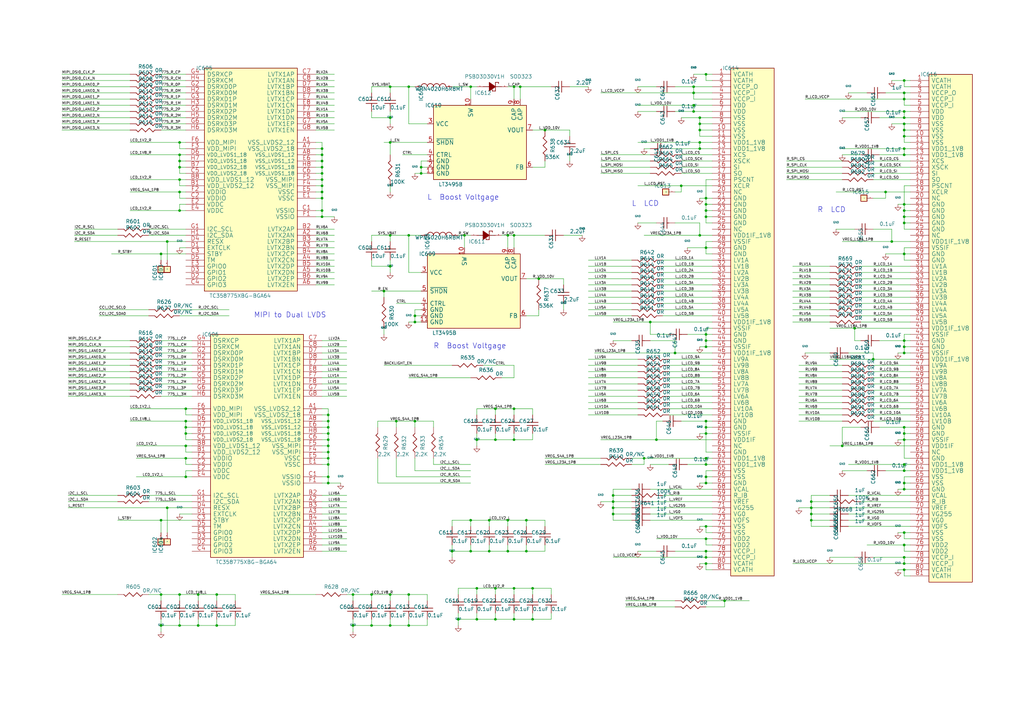
<source format=kicad_sch>
(kicad_sch (version 20211123) (generator eeschema)
  (paper "A3")
  (junction (at 73.66 63.5))
  (junction (at 132.08 78.74))
  (junction (at 370.84 190.5))
  (junction (at 370.84 144.78))
  (junction (at 370.84 233.68))
  (junction (at 370.84 177.8))
  (junction (at 73.66 66.04))
  (junction (at 193.04 213.36))
  (junction (at 73.66 256.54))
  (junction (at 370.84 180.34))
  (junction (at 289.56 177.8))
  (junction (at 332.74 213.36))
  (junction (at 289.56 228.6))
  (junction (at 208.28 226.06))
  (junction (at 332.74 208.28))
  (junction (at 73.66 86.36))
  (junction (at 251.46 205.74))
  (junction (at 370.84 104.14))
  (junction (at 289.56 226.06))
  (junction (at 370.84 60.96))
  (junction (at 134.62 195.58))
  (junction (at 132.08 86.36))
  (junction (at 170.18 132.08))
  (junction (at 289.56 215.9))
  (junction (at 134.62 170.18))
  (junction (at 370.84 83.82))
  (junction (at 370.84 175.26))
  (junction (at 264.16 187.96))
  (junction (at 215.9 226.06))
  (junction (at 134.62 180.34))
  (junction (at 157.48 119.38))
  (junction (at 289.56 101.6))
  (junction (at 76.2 175.26))
  (junction (at 266.7 132.08))
  (junction (at 289.56 220.98))
  (junction (at 287.02 58.42))
  (junction (at 160.02 243.84))
  (junction (at 284.48 38.1))
  (junction (at 160.02 58.42))
  (junction (at 370.84 139.7))
  (junction (at 370.84 228.6))
  (junction (at 167.64 256.54))
  (junction (at 370.84 38.1))
  (junction (at 287.02 53.34))
  (junction (at 363.22 78.74))
  (junction (at 210.82 167.64))
  (junction (at 289.56 175.26))
  (junction (at 81.28 243.84))
  (junction (at 132.08 88.9))
  (junction (at 132.08 71.12))
  (junction (at 370.84 198.12))
  (junction (at 76.2 167.64))
  (junction (at 284.48 45.72))
  (junction (at 132.08 73.66))
  (junction (at 370.84 55.88))
  (junction (at 200.66 226.06))
  (junction (at 132.08 76.2))
  (junction (at 284.48 43.18))
  (junction (at 172.72 68.58))
  (junction (at 251.46 210.82))
  (junction (at 170.18 129.54))
  (junction (at 223.52 53.34))
  (junction (at 289.56 172.72))
  (junction (at 134.62 177.8))
  (junction (at 208.28 213.36))
  (junction (at 195.58 180.34))
  (junction (at 289.56 195.58))
  (junction (at 284.48 35.56))
  (junction (at 167.64 96.52))
  (junction (at 251.46 208.28))
  (junction (at 287.02 50.8))
  (junction (at 66.04 256.54))
  (junction (at 187.96 254))
  (junction (at 289.56 190.5))
  (junction (at 287.02 48.26))
  (junction (at 134.62 198.12))
  (junction (at 370.84 231.14))
  (junction (at 279.4 76.2))
  (junction (at 287.02 96.52))
  (junction (at 160.02 109.22))
  (junction (at 210.82 180.34))
  (junction (at 160.02 35.56))
  (junction (at 167.64 243.84))
  (junction (at 170.18 172.72))
  (junction (at 289.56 81.28))
  (junction (at 200.66 213.36))
  (junction (at 208.28 96.52))
  (junction (at 220.98 114.3))
  (junction (at 332.74 210.82))
  (junction (at 144.78 256.54))
  (junction (at 370.84 45.72))
  (junction (at 66.04 213.36))
  (junction (at 134.62 187.96))
  (junction (at 73.66 58.42))
  (junction (at 297.18 246.38))
  (junction (at 132.08 81.28))
  (junction (at 370.84 53.34))
  (junction (at 76.2 187.96))
  (junction (at 370.84 33.02))
  (junction (at 73.66 73.66))
  (junction (at 66.04 243.84))
  (junction (at 152.4 243.84))
  (junction (at 289.56 30.48))
  (junction (at 289.56 86.36))
  (junction (at 289.56 142.24))
  (junction (at 132.08 63.5))
  (junction (at 269.24 180.34))
  (junction (at 134.62 190.5))
  (junction (at 210.82 35.56))
  (junction (at 76.2 172.72))
  (junction (at 132.08 68.58))
  (junction (at 358.14 147.32))
  (junction (at 210.82 254))
  (junction (at 172.72 71.12))
  (junction (at 73.66 78.74))
  (junction (at 210.82 96.52))
  (junction (at 193.04 226.06))
  (junction (at 370.84 142.24))
  (junction (at 218.44 254))
  (junction (at 370.84 223.52))
  (junction (at 350.52 134.62))
  (junction (at 195.58 254))
  (junction (at 134.62 182.88))
  (junction (at 160.02 48.26))
  (junction (at 190.5 96.52))
  (junction (at 370.84 40.64))
  (junction (at 193.04 35.56))
  (junction (at 203.2 254))
  (junction (at 88.9 256.54))
  (junction (at 203.2 241.3))
  (junction (at 76.2 195.58))
  (junction (at 213.36 35.56))
  (junction (at 370.84 200.66))
  (junction (at 160.02 256.54))
  (junction (at 210.82 241.3))
  (junction (at 276.86 144.78))
  (junction (at 289.56 83.82))
  (junction (at 370.84 86.36))
  (junction (at 68.58 208.28))
  (junction (at 68.58 99.06))
  (junction (at 370.84 193.04))
  (junction (at 332.74 205.74))
  (junction (at 370.84 63.5))
  (junction (at 370.84 91.44))
  (junction (at 81.28 256.54))
  (junction (at 144.78 243.84))
  (junction (at 76.2 182.88))
  (junction (at 370.84 48.26))
  (junction (at 152.4 256.54))
  (junction (at 345.44 182.88))
  (junction (at 289.56 198.12))
  (junction (at 289.56 231.14))
  (junction (at 73.66 68.58))
  (junction (at 289.56 137.16))
  (junction (at 132.08 60.96))
  (junction (at 251.46 203.2))
  (junction (at 88.9 243.84))
  (junction (at 215.9 213.36))
  (junction (at 289.56 139.7))
  (junction (at 160.02 96.52))
  (junction (at 287.02 60.96))
  (junction (at 66.04 104.14))
  (junction (at 289.56 187.96))
  (junction (at 185.42 226.06))
  (junction (at 370.84 50.8))
  (junction (at 162.56 172.72))
  (junction (at 134.62 175.26))
  (junction (at 134.62 172.72))
  (junction (at 218.44 241.3))
  (junction (at 370.84 218.44))
  (junction (at 370.84 88.9))
  (junction (at 73.66 243.84))
  (junction (at 195.58 241.3))
  (junction (at 132.08 66.04))
  (junction (at 365.76 99.06))
  (junction (at 203.2 180.34))
  (junction (at 203.2 167.64))
  (junction (at 289.56 88.9))
  (junction (at 134.62 185.42))
  (junction (at 76.2 177.8))
  (junction (at 167.64 35.56))
  (wire (pts (xy 88.9 243.84) (xy 88.9 246.38)))
  (wire (pts (xy 370.84 60.96) (xy 345.44 60.96)))
  (wire (pts (xy 177.8 187.96) (xy 177.8 190.5)))
  (wire (pts (xy 276.86 144.78) (xy 243.84 144.78)))
  (wire (pts (xy 350.52 134.62) (xy 350.52 139.7)))
  (wire (pts (xy 246.38 71.12) (xy 266.7 71.12)))
  (wire (pts (xy 370.84 228.6) (xy 358.14 228.6)))
  (wire (pts (xy 370.84 48.26) (xy 360.68 48.26)))
  (wire (pts (xy 195.58 241.3) (xy 187.96 241.3)))
  (wire (pts (xy 292.1 73.66) (xy 289.56 73.66)))
  (wire (pts (xy 261.62 226.06) (xy 269.24 226.06)))
  (wire (pts (xy 246.38 68.58) (xy 266.7 68.58)))
  (wire (pts (xy 160.02 58.42) (xy 157.48 58.42)))
  (wire (pts (xy 261.62 91.44) (xy 269.24 91.44)))
  (wire (pts (xy 241.3 165.1) (xy 261.62 165.1)))
  (wire (pts (xy 25.4 33.02) (xy 53.34 33.02)))
  (wire (pts (xy 129.54 76.2) (xy 132.08 76.2)))
  (wire (pts (xy 160.02 35.56) (xy 152.4 35.56)))
  (wire (pts (xy 139.7 198.12) (xy 134.62 198.12)))
  (wire (pts (xy 66.04 243.84) (xy 60.96 243.84)))
  (wire (pts (xy 373.38 231.14) (xy 370.84 231.14)))
  (wire (pts (xy 345.44 48.26) (xy 353.06 48.26)))
  (wire (pts (xy 289.56 172.72) (xy 289.56 175.26)))
  (wire (pts (xy 332.74 213.36) (xy 340.36 213.36)))
  (wire (pts (xy 325.12 114.3) (xy 340.36 114.3)))
  (wire (pts (xy 152.4 96.52) (xy 152.4 99.06)))
  (wire (pts (xy 129.54 78.74) (xy 132.08 78.74)))
  (wire (pts (xy 373.38 76.2) (xy 370.84 76.2)))
  (wire (pts (xy 190.5 96.52) (xy 187.96 96.52)))
  (wire (pts (xy 132.08 177.8) (xy 134.62 177.8)))
  (wire (pts (xy 73.66 63.5) (xy 53.34 63.5)))
  (wire (pts (xy 289.56 88.9) (xy 292.1 88.9)))
  (wire (pts (xy 218.44 254) (xy 210.82 254)))
  (wire (pts (xy 27.94 203.2) (xy 48.26 203.2)))
  (wire (pts (xy 134.62 195.58) (xy 134.62 198.12)))
  (wire (pts (xy 223.52 223.52) (xy 223.52 226.06)))
  (wire (pts (xy 132.08 66.04) (xy 132.08 68.58)))
  (wire (pts (xy 266.7 139.7) (xy 276.86 139.7)))
  (wire (pts (xy 27.94 162.56) (xy 53.34 162.56)))
  (wire (pts (xy 251.46 210.82) (xy 259.08 210.82)))
  (wire (pts (xy 203.2 167.64) (xy 203.2 170.18)))
  (wire (pts (xy 132.08 218.44) (xy 142.24 218.44)))
  (wire (pts (xy 264.16 187.96) (xy 259.08 187.96)))
  (wire (pts (xy 203.2 254) (xy 210.82 254)))
  (wire (pts (xy 129.54 73.66) (xy 132.08 73.66)))
  (wire (pts (xy 370.84 190.5) (xy 347.98 190.5)))
  (wire (pts (xy 279.4 63.5) (xy 292.1 63.5)))
  (wire (pts (xy 66.04 50.8) (xy 76.2 50.8)))
  (wire (pts (xy 60.96 205.74) (xy 78.74 205.74)))
  (wire (pts (xy 289.56 101.6) (xy 289.56 104.14)))
  (wire (pts (xy 27.94 139.7) (xy 53.34 139.7)))
  (wire (pts (xy 325.12 119.38) (xy 340.36 119.38)))
  (wire (pts (xy 370.84 226.06) (xy 373.38 226.06)))
  (wire (pts (xy 218.44 251.46) (xy 218.44 254)))
  (wire (pts (xy 370.84 233.68) (xy 370.84 236.22)))
  (wire (pts (xy 30.48 96.52) (xy 48.26 96.52)))
  (wire (pts (xy 347.98 210.82) (xy 373.38 210.82)))
  (wire (pts (xy 287.02 48.26) (xy 287.02 50.8)))
  (wire (pts (xy 210.82 96.52) (xy 210.82 101.6)))
  (wire (pts (xy 370.84 104.14) (xy 370.84 106.68)))
  (wire (pts (xy 370.84 35.56) (xy 373.38 35.56)))
  (wire (pts (xy 373.38 223.52) (xy 370.84 223.52)))
  (wire (pts (xy 132.08 142.24) (xy 142.24 142.24)))
  (wire (pts (xy 152.4 254) (xy 152.4 256.54)))
  (wire (pts (xy 152.4 243.84) (xy 144.78 243.84)))
  (wire (pts (xy 223.52 66.04) (xy 223.52 68.58)))
  (wire (pts (xy 210.82 35.56) (xy 210.82 40.64)))
  (wire (pts (xy 241.3 162.56) (xy 261.62 162.56)))
  (wire (pts (xy 292.1 180.34) (xy 269.24 180.34)))
  (wire (pts (xy 370.84 180.34) (xy 368.3 180.34)))
  (wire (pts (xy 200.66 223.52) (xy 200.66 226.06)))
  (wire (pts (xy 370.84 88.9) (xy 373.38 88.9)))
  (wire (pts (xy 370.84 137.16) (xy 373.38 137.16)))
  (wire (pts (xy 210.82 254) (xy 210.82 251.46)))
  (wire (pts (xy 345.44 175.26) (xy 345.44 182.88)))
  (wire (pts (xy 185.42 223.52) (xy 185.42 226.06)))
  (wire (pts (xy 287.02 50.8) (xy 287.02 53.34)))
  (wire (pts (xy 289.56 175.26) (xy 292.1 175.26)))
  (wire (pts (xy 215.9 226.06) (xy 208.28 226.06)))
  (wire (pts (xy 162.56 172.72) (xy 154.94 172.72)))
  (wire (pts (xy 325.12 124.46) (xy 340.36 124.46)))
  (wire (pts (xy 167.64 256.54) (xy 160.02 256.54)))
  (wire (pts (xy 76.2 172.72) (xy 76.2 175.26)))
  (wire (pts (xy 27.94 142.24) (xy 53.34 142.24)))
  (wire (pts (xy 66.04 38.1) (xy 76.2 38.1)))
  (wire (pts (xy 25.4 35.56) (xy 53.34 35.56)))
  (wire (pts (xy 370.84 86.36) (xy 370.84 88.9)))
  (wire (pts (xy 256.54 246.38) (xy 276.86 246.38)))
  (wire (pts (xy 162.56 187.96) (xy 162.56 195.58)))
  (wire (pts (xy 297.18 246.38) (xy 289.56 246.38)))
  (wire (pts (xy 274.32 165.1) (xy 292.1 165.1)))
  (wire (pts (xy 251.46 205.74) (xy 246.38 205.74)))
  (wire (pts (xy 76.2 195.58) (xy 55.88 195.58)))
  (wire (pts (xy 370.84 58.42) (xy 373.38 58.42)))
  (wire (pts (xy 327.66 167.64) (xy 345.44 167.64)))
  (wire (pts (xy 289.56 30.48) (xy 289.56 33.02)))
  (wire (pts (xy 370.84 93.98) (xy 373.38 93.98)))
  (wire (pts (xy 218.44 241.3) (xy 218.44 243.84)))
  (wire (pts (xy 289.56 81.28) (xy 287.02 81.28)))
  (wire (pts (xy 132.08 58.42) (xy 132.08 60.96)))
  (wire (pts (xy 241.3 106.68) (xy 259.08 106.68)))
  (wire (pts (xy 370.84 198.12) (xy 370.84 200.66)))
  (wire (pts (xy 363.22 81.28) (xy 358.14 81.28)))
  (wire (pts (xy 134.62 177.8) (xy 134.62 180.34)))
  (wire (pts (xy 327.66 160.02) (xy 345.44 160.02)))
  (wire (pts (xy 241.3 152.4) (xy 261.62 152.4)))
  (wire (pts (xy 132.08 81.28) (xy 132.08 86.36)))
  (wire (pts (xy 218.44 53.34) (xy 223.52 53.34)))
  (wire (pts (xy 167.64 50.8) (xy 167.64 35.56)))
  (wire (pts (xy 160.02 243.84) (xy 160.02 246.38)))
  (wire (pts (xy 76.2 104.14) (xy 66.04 104.14)))
  (wire (pts (xy 370.84 195.58) (xy 370.84 198.12)))
  (wire (pts (xy 373.38 180.34) (xy 370.84 180.34)))
  (wire (pts (xy 325.12 109.22) (xy 340.36 109.22)))
  (wire (pts (xy 66.04 254) (xy 66.04 256.54)))
  (wire (pts (xy 200.66 213.36) (xy 208.28 213.36)))
  (wire (pts (xy 370.84 106.68) (xy 373.38 106.68)))
  (wire (pts (xy 106.68 243.84) (xy 129.54 243.84)))
  (wire (pts (xy 259.08 205.74) (xy 251.46 205.74)))
  (wire (pts (xy 358.14 152.4) (xy 373.38 152.4)))
  (wire (pts (xy 287.02 60.96) (xy 274.32 60.96)))
  (wire (pts (xy 129.54 93.98) (xy 137.16 93.98)))
  (wire (pts (xy 292.1 190.5) (xy 289.56 190.5)))
  (wire (pts (xy 363.22 78.74) (xy 363.22 81.28)))
  (wire (pts (xy 251.46 203.2) (xy 259.08 203.2)))
  (wire (pts (xy 233.68 35.56) (xy 241.3 35.56)))
  (wire (pts (xy 370.84 45.72) (xy 345.44 45.72)))
  (wire (pts (xy 353.06 114.3) (xy 373.38 114.3)))
  (wire (pts (xy 132.08 185.42) (xy 134.62 185.42)))
  (wire (pts (xy 358.14 147.32) (xy 340.36 147.32)))
  (wire (pts (xy 373.38 147.32) (xy 358.14 147.32)))
  (wire (pts (xy 66.04 154.94) (xy 78.74 154.94)))
  (wire (pts (xy 129.54 58.42) (xy 132.08 58.42)))
  (wire (pts (xy 251.46 208.28) (xy 251.46 210.82)))
  (wire (pts (xy 289.56 187.96) (xy 289.56 190.5)))
  (wire (pts (xy 292.1 38.1) (xy 284.48 38.1)))
  (wire (pts (xy 370.84 38.1) (xy 370.84 40.64)))
  (wire (pts (xy 353.06 205.74) (xy 373.38 205.74)))
  (wire (pts (xy 152.4 243.84) (xy 152.4 246.38)))
  (wire (pts (xy 170.18 35.56) (xy 167.64 35.56)))
  (wire (pts (xy 218.44 180.34) (xy 210.82 180.34)))
  (wire (pts (xy 60.96 93.98) (xy 76.2 93.98)))
  (wire (pts (xy 353.06 119.38) (xy 373.38 119.38)))
  (wire (pts (xy 25.4 40.64) (xy 53.34 40.64)))
  (wire (pts (xy 292.1 35.56) (xy 284.48 35.56)))
  (wire (pts (xy 284.48 38.1) (xy 284.48 40.64)))
  (wire (pts (xy 370.84 180.34) (xy 370.84 187.96)))
  (wire (pts (xy 76.2 180.34) (xy 78.74 180.34)))
  (wire (pts (xy 76.2 195.58) (xy 76.2 193.04)))
  (wire (pts (xy 370.84 220.98) (xy 373.38 220.98)))
  (wire (pts (xy 289.56 195.58) (xy 292.1 195.58)))
  (wire (pts (xy 66.04 157.48) (xy 78.74 157.48)))
  (wire (pts (xy 358.14 167.64) (xy 373.38 167.64)))
  (wire (pts (xy 132.08 144.78) (xy 142.24 144.78)))
  (wire (pts (xy 129.54 63.5) (xy 132.08 63.5)))
  (wire (pts (xy 78.74 182.88) (xy 76.2 182.88)))
  (wire (pts (xy 292.1 48.26) (xy 287.02 48.26)))
  (wire (pts (xy 327.66 157.48) (xy 345.44 157.48)))
  (wire (pts (xy 73.66 63.5) (xy 73.66 66.04)))
  (wire (pts (xy 289.56 99.06) (xy 289.56 101.6)))
  (wire (pts (xy 167.64 111.76) (xy 172.72 111.76)))
  (wire (pts (xy 358.14 162.56) (xy 373.38 162.56)))
  (wire (pts (xy 332.74 208.28) (xy 327.66 208.28)))
  (wire (pts (xy 170.18 193.04) (xy 193.04 193.04)))
  (wire (pts (xy 144.78 254) (xy 144.78 256.54)))
  (wire (pts (xy 27.94 144.78) (xy 53.34 144.78)))
  (wire (pts (xy 73.66 129.54) (xy 93.98 129.54)))
  (wire (pts (xy 193.04 213.36) (xy 193.04 215.9)))
  (wire (pts (xy 292.1 50.8) (xy 287.02 50.8)))
  (wire (pts (xy 373.38 60.96) (xy 370.84 60.96)))
  (wire (pts (xy 256.54 248.92) (xy 276.86 248.92)))
  (wire (pts (xy 68.58 99.06) (xy 30.48 99.06)))
  (wire (pts (xy 327.66 165.1) (xy 345.44 165.1)))
  (wire (pts (xy 284.48 45.72) (xy 276.86 45.72)))
  (wire (pts (xy 129.54 68.58) (xy 132.08 68.58)))
  (wire (pts (xy 167.64 254) (xy 167.64 256.54)))
  (wire (pts (xy 373.38 48.26) (xy 370.84 48.26)))
  (wire (pts (xy 370.84 104.14) (xy 363.22 104.14)))
  (wire (pts (xy 157.48 119.38) (xy 157.48 121.92)))
  (wire (pts (xy 266.7 210.82) (xy 292.1 210.82)))
  (wire (pts (xy 193.04 35.56) (xy 185.42 35.56)))
  (wire (pts (xy 66.04 144.78) (xy 78.74 144.78)))
  (wire (pts (xy 144.78 243.84) (xy 142.24 243.84)))
  (wire (pts (xy 322.58 66.04) (xy 345.44 66.04)))
  (wire (pts (xy 40.64 129.54) (xy 60.96 129.54)))
  (wire (pts (xy 289.56 142.24) (xy 287.02 142.24)))
  (wire (pts (xy 152.4 45.72) (xy 152.4 48.26)))
  (wire (pts (xy 200.66 226.06) (xy 193.04 226.06)))
  (wire (pts (xy 73.66 76.2) (xy 76.2 76.2)))
  (wire (pts (xy 370.84 40.64) (xy 330.2 40.64)))
  (wire (pts (xy 251.46 208.28) (xy 259.08 208.28)))
  (wire (pts (xy 175.26 71.12) (xy 172.72 71.12)))
  (wire (pts (xy 347.98 203.2) (xy 373.38 203.2)))
  (wire (pts (xy 193.04 223.52) (xy 193.04 226.06)))
  (wire (pts (xy 292.1 43.18) (xy 284.48 43.18)))
  (wire (pts (xy 373.38 200.66) (xy 370.84 200.66)))
  (wire (pts (xy 60.96 203.2) (xy 78.74 203.2)))
  (wire (pts (xy 241.3 167.64) (xy 261.62 167.64)))
  (wire (pts (xy 271.78 111.76) (xy 292.1 111.76)))
  (wire (pts (xy 370.84 218.44) (xy 370.84 220.98)))
  (wire (pts (xy 170.18 129.54) (xy 170.18 132.08)))
  (wire (pts (xy 284.48 43.18) (xy 284.48 45.72)))
  (wire (pts (xy 340.36 203.2) (xy 332.74 203.2)))
  (wire (pts (xy 370.84 193.04) (xy 363.22 193.04)))
  (wire (pts (xy 132.08 175.26) (xy 134.62 175.26)))
  (wire (pts (xy 307.34 246.38) (xy 297.18 246.38)))
  (wire (pts (xy 347.98 208.28) (xy 373.38 208.28)))
  (wire (pts (xy 160.02 254) (xy 160.02 256.54)))
  (wire (pts (xy 370.84 142.24) (xy 370.84 139.7)))
  (wire (pts (xy 134.62 185.42) (xy 134.62 187.96)))
  (wire (pts (xy 287.02 58.42) (xy 287.02 60.96)))
  (wire (pts (xy 195.58 251.46) (xy 195.58 254)))
  (wire (pts (xy 327.66 152.4) (xy 345.44 152.4)))
  (wire (pts (xy 342.9 93.98) (xy 350.52 93.98)))
  (wire (pts (xy 78.74 172.72) (xy 76.2 172.72)))
  (wire (pts (xy 241.3 109.22) (xy 259.08 109.22)))
  (wire (pts (xy 289.56 215.9) (xy 289.56 218.44)))
  (wire (pts (xy 370.84 223.52) (xy 355.6 223.52)))
  (wire (pts (xy 353.06 127) (xy 373.38 127)))
  (wire (pts (xy 160.02 96.52) (xy 160.02 99.06)))
  (wire (pts (xy 292.1 101.6) (xy 289.56 101.6)))
  (wire (pts (xy 292.1 231.14) (xy 289.56 231.14)))
  (wire (pts (xy 289.56 101.6) (xy 281.94 101.6)))
  (wire (pts (xy 134.62 187.96) (xy 134.62 190.5)))
  (wire (pts (xy 73.66 68.58) (xy 73.66 71.12)))
  (wire (pts (xy 370.84 218.44) (xy 368.3 218.44)))
  (wire (pts (xy 132.08 208.28) (xy 142.24 208.28)))
  (wire (pts (xy 327.66 162.56) (xy 345.44 162.56)))
  (wire (pts (xy 370.84 50.8) (xy 365.76 50.8)))
  (wire (pts (xy 129.54 99.06) (xy 137.16 99.06)))
  (wire (pts (xy 132.08 180.34) (xy 134.62 180.34)))
  (wire (pts (xy 226.06 251.46) (xy 226.06 254)))
  (wire (pts (xy 325.12 129.54) (xy 340.36 129.54)))
  (wire (pts (xy 160.02 58.42) (xy 160.02 63.5)))
  (wire (pts (xy 132.08 195.58) (xy 134.62 195.58)))
  (wire (pts (xy 226.06 241.3) (xy 226.06 243.84)))
  (wire (pts (xy 40.64 127) (xy 60.96 127)))
  (wire (pts (xy 271.78 121.92) (xy 292.1 121.92)))
  (wire (pts (xy 96.52 243.84) (xy 88.9 243.84)))
  (wire (pts (xy 289.56 30.48) (xy 284.48 30.48)))
  (wire (pts (xy 289.56 228.6) (xy 251.46 228.6)))
  (wire (pts (xy 292.1 193.04) (xy 289.56 193.04)))
  (wire (pts (xy 358.14 165.1) (xy 373.38 165.1)))
  (wire (pts (xy 129.54 43.18) (xy 137.16 43.18)))
  (wire (pts (xy 370.84 142.24) (xy 373.38 142.24)))
  (wire (pts (xy 175.26 243.84) (xy 175.26 246.38)))
  (wire (pts (xy 353.06 175.26) (xy 345.44 175.26)))
  (wire (pts (xy 132.08 149.86) (xy 142.24 149.86)))
  (wire (pts (xy 373.38 78.74) (xy 363.22 78.74)))
  (wire (pts (xy 370.84 60.96) (xy 370.84 63.5)))
  (wire (pts (xy 271.78 203.2) (xy 292.1 203.2)))
  (wire (pts (xy 218.44 170.18) (xy 218.44 167.64)))
  (wire (pts (xy 73.66 73.66) (xy 73.66 76.2)))
  (wire (pts (xy 289.56 190.5) (xy 281.94 190.5)))
  (wire (pts (xy 160.02 109.22) (xy 160.02 111.76)))
  (wire (pts (xy 353.06 129.54) (xy 373.38 129.54)))
  (wire (pts (xy 292.1 172.72) (xy 289.56 172.72)))
  (wire (pts (xy 66.04 45.72) (xy 76.2 45.72)))
  (wire (pts (xy 289.56 137.16) (xy 289.56 139.7)))
  (wire (pts (xy 66.04 139.7) (xy 78.74 139.7)))
  (wire (pts (xy 292.1 215.9) (xy 289.56 215.9)))
  (wire (pts (xy 210.82 35.56) (xy 208.28 35.56)))
  (wire (pts (xy 370.84 139.7) (xy 360.68 139.7)))
  (wire (pts (xy 266.7 132.08) (xy 266.7 137.16)))
  (wire (pts (xy 25.4 48.26) (xy 53.34 48.26)))
  (wire (pts (xy 132.08 182.88) (xy 134.62 182.88)))
  (wire (pts (xy 226.06 35.56) (xy 213.36 35.56)))
  (wire (pts (xy 266.7 132.08) (xy 251.46 132.08)))
  (wire (pts (xy 25.4 53.34) (xy 53.34 53.34)))
  (wire (pts (xy 76.2 172.72) (xy 53.34 172.72)))
  (wire (pts (xy 132.08 68.58) (xy 132.08 71.12)))
  (wire (pts (xy 276.86 139.7) (xy 276.86 144.78)))
  (wire (pts (xy 289.56 33.02) (xy 292.1 33.02)))
  (wire (pts (xy 88.9 243.84) (xy 81.28 243.84)))
  (wire (pts (xy 241.3 129.54) (xy 259.08 129.54)))
  (wire (pts (xy 289.56 86.36) (xy 292.1 86.36)))
  (wire (pts (xy 370.84 91.44) (xy 373.38 91.44)))
  (wire (pts (xy 370.84 175.26) (xy 370.84 177.8)))
  (wire (pts (xy 210.82 149.86) (xy 210.82 154.94)))
  (wire (pts (xy 271.78 106.68) (xy 292.1 106.68)))
  (wire (pts (xy 76.2 86.36) (xy 73.66 86.36)))
  (wire (pts (xy 289.56 220.98) (xy 289.56 223.52)))
  (wire (pts (xy 129.54 101.6) (xy 137.16 101.6)))
  (wire (pts (xy 373.38 104.14) (xy 370.84 104.14)))
  (wire (pts (xy 66.04 53.34) (xy 76.2 53.34)))
  (wire (pts (xy 175.26 66.04) (xy 172.72 66.04)))
  (wire (pts (xy 289.56 83.82) (xy 292.1 83.82)))
  (wire (pts (xy 160.02 256.54) (xy 152.4 256.54)))
  (wire (pts (xy 241.3 127) (xy 259.08 127)))
  (wire (pts (xy 358.14 160.02) (xy 373.38 160.02)))
  (wire (pts (xy 208.28 213.36) (xy 208.28 215.9)))
  (wire (pts (xy 289.56 215.9) (xy 287.02 215.9)))
  (wire (pts (xy 332.74 205.74) (xy 340.36 205.74)))
  (wire (pts (xy 160.02 243.84) (xy 152.4 243.84)))
  (wire (pts (xy 160.02 78.74) (xy 160.02 76.2)))
  (wire (pts (xy 129.54 81.28) (xy 132.08 81.28)))
  (wire (pts (xy 289.56 175.26) (xy 289.56 177.8)))
  (wire (pts (xy 187.96 254) (xy 187.96 256.54)))
  (wire (pts (xy 279.4 68.58) (xy 292.1 68.58)))
  (wire (pts (xy 241.3 149.86) (xy 261.62 149.86)))
  (wire (pts (xy 160.02 48.26) (xy 160.02 50.8)))
  (wire (pts (xy 264.16 187.96) (xy 264.16 190.5)))
  (wire (pts (xy 370.84 53.34) (xy 373.38 53.34)))
  (wire (pts (xy 289.56 137.16) (xy 281.94 137.16)))
  (wire (pts (xy 177.8 175.26) (xy 177.8 172.72)))
  (wire (pts (xy 365.76 99.06) (xy 345.44 99.06)))
  (wire (pts (xy 345.44 182.88) (xy 340.36 182.88)))
  (wire (pts (xy 144.78 243.84) (xy 144.78 246.38)))
  (wire (pts (xy 170.18 172.72) (xy 162.56 172.72)))
  (wire (pts (xy 223.52 226.06) (xy 215.9 226.06)))
  (wire (pts (xy 353.06 121.92) (xy 373.38 121.92)))
  (wire (pts (xy 172.72 132.08) (xy 170.18 132.08)))
  (wire (pts (xy 132.08 203.2) (xy 142.24 203.2)))
  (wire (pts (xy 210.82 180.34) (xy 203.2 180.34)))
  (wire (pts (xy 195.58 167.64) (xy 195.58 170.18)))
  (wire (pts (xy 370.84 187.96) (xy 373.38 187.96)))
  (wire (pts (xy 162.56 124.46) (xy 172.72 124.46)))
  (wire (pts (xy 292.1 81.28) (xy 289.56 81.28)))
  (wire (pts (xy 187.96 251.46) (xy 187.96 254)))
  (wire (pts (xy 73.66 58.42) (xy 53.34 58.42)))
  (wire (pts (xy 203.2 241.3) (xy 195.58 241.3)))
  (wire (pts (xy 373.38 63.5) (xy 370.84 63.5)))
  (wire (pts (xy 160.02 35.56) (xy 160.02 38.1)))
  (wire (pts (xy 144.78 256.54) (xy 144.78 259.08)))
  (wire (pts (xy 134.62 172.72) (xy 134.62 175.26)))
  (wire (pts (xy 292.1 220.98) (xy 289.56 220.98)))
  (wire (pts (xy 73.66 68.58) (xy 76.2 68.58)))
  (wire (pts (xy 287.02 96.52) (xy 264.16 96.52)))
  (wire (pts (xy 246.38 66.04) (xy 266.7 66.04)))
  (wire (pts (xy 132.08 152.4) (xy 142.24 152.4)))
  (wire (pts (xy 373.38 101.6) (xy 370.84 101.6)))
  (wire (pts (xy 287.02 48.26) (xy 279.4 48.26)))
  (wire (pts (xy 129.54 48.26) (xy 137.16 48.26)))
  (wire (pts (xy 76.2 177.8) (xy 78.74 177.8)))
  (wire (pts (xy 73.66 86.36) (xy 53.34 86.36)))
  (wire (pts (xy 370.84 101.6) (xy 370.84 104.14)))
  (wire (pts (xy 373.38 38.1) (xy 370.84 38.1)))
  (wire (pts (xy 73.66 210.82) (xy 78.74 210.82)))
  (wire (pts (xy 289.56 139.7) (xy 292.1 139.7)))
  (wire (pts (xy 66.04 149.86) (xy 78.74 149.86)))
  (wire (pts (xy 373.38 175.26) (xy 370.84 175.26)))
  (wire (pts (xy 289.56 139.7) (xy 289.56 142.24)))
  (wire (pts (xy 129.54 60.96) (xy 132.08 60.96)))
  (wire (pts (xy 297.18 248.92) (xy 297.18 246.38)))
  (wire (pts (xy 190.5 96.52) (xy 190.5 101.6)))
  (wire (pts (xy 370.84 200.66) (xy 368.3 200.66)))
  (wire (pts (xy 203.2 180.34) (xy 195.58 180.34)))
  (wire (pts (xy 292.1 76.2) (xy 279.4 76.2)))
  (wire (pts (xy 241.3 111.76) (xy 259.08 111.76)))
  (wire (pts (xy 66.04 147.32) (xy 78.74 147.32)))
  (wire (pts (xy 25.4 45.72) (xy 53.34 45.72)))
  (wire (pts (xy 129.54 71.12) (xy 132.08 71.12)))
  (wire (pts (xy 269.24 172.72) (xy 269.24 180.34)))
  (wire (pts (xy 241.3 157.48) (xy 261.62 157.48)))
  (wire (pts (xy 241.3 147.32) (xy 261.62 147.32)))
  (wire (pts (xy 241.3 170.18) (xy 261.62 170.18)))
  (wire (pts (xy 215.9 223.52) (xy 215.9 226.06)))
  (wire (pts (xy 292.1 187.96) (xy 289.56 187.96)))
  (wire (pts (xy 370.84 175.26) (xy 360.68 175.26)))
  (wire (pts (xy 358.14 73.66) (xy 373.38 73.66)))
  (wire (pts (xy 289.56 226.06) (xy 276.86 226.06)))
  (wire (pts (xy 129.54 114.3) (xy 137.16 114.3)))
  (wire (pts (xy 129.54 104.14) (xy 137.16 104.14)))
  (wire (pts (xy 132.08 73.66) (xy 132.08 76.2)))
  (wire (pts (xy 25.4 243.84) (xy 48.26 243.84)))
  (wire (pts (xy 76.2 193.04) (xy 78.74 193.04)))
  (wire (pts (xy 73.66 78.74) (xy 53.34 78.74)))
  (wire (pts (xy 287.02 91.44) (xy 287.02 96.52)))
  (wire (pts (xy 66.04 152.4) (xy 78.74 152.4)))
  (wire (pts (xy 370.84 38.1) (xy 363.22 38.1)))
  (wire (pts (xy 134.62 198.12) (xy 132.08 198.12)))
  (wire (pts (xy 193.04 96.52) (xy 190.5 96.52)))
  (wire (pts (xy 129.54 86.36) (xy 132.08 86.36)))
  (wire (pts (xy 129.54 109.22) (xy 137.16 109.22)))
  (wire (pts (xy 289.56 195.58) (xy 289.56 198.12)))
  (wire (pts (xy 172.72 68.58) (xy 175.26 68.58)))
  (wire (pts (xy 73.66 71.12) (xy 76.2 71.12)))
  (wire (pts (xy 289.56 177.8) (xy 287.02 177.8)))
  (wire (pts (xy 289.56 134.62) (xy 289.56 137.16)))
  (wire (pts (xy 27.94 160.02) (xy 53.34 160.02)))
  (wire (pts (xy 60.96 96.52) (xy 76.2 96.52)))
  (wire (pts (xy 76.2 167.64) (xy 53.34 167.64)))
  (wire (pts (xy 167.64 96.52) (xy 167.64 111.76)))
  (wire (pts (xy 289.56 248.92) (xy 297.18 248.92)))
  (wire (pts (xy 274.32 167.64) (xy 292.1 167.64)))
  (wire (pts (xy 264.16 190.5) (xy 259.08 190.5)))
  (wire (pts (xy 137.16 88.9) (xy 132.08 88.9)))
  (wire (pts (xy 73.66 66.04) (xy 76.2 66.04)))
  (wire (pts (xy 203.2 254) (xy 195.58 254)))
  (wire (pts (xy 292.1 137.16) (xy 289.56 137.16)))
  (wire (pts (xy 167.64 96.52) (xy 160.02 96.52)))
  (wire (pts (xy 373.38 50.8) (xy 370.84 50.8)))
  (wire (pts (xy 129.54 96.52) (xy 137.16 96.52)))
  (wire (pts (xy 132.08 190.5) (xy 134.62 190.5)))
  (wire (pts (xy 210.82 177.8) (xy 210.82 180.34)))
  (wire (pts (xy 266.7 208.28) (xy 292.1 208.28)))
  (wire (pts (xy 370.84 63.5) (xy 360.68 63.5)))
  (wire (pts (xy 193.04 226.06) (xy 185.42 226.06)))
  (wire (pts (xy 370.84 33.02) (xy 370.84 35.56)))
  (wire (pts (xy 76.2 63.5) (xy 73.66 63.5)))
  (wire (pts (xy 327.66 149.86) (xy 345.44 149.86)))
  (wire (pts (xy 251.46 210.82) (xy 251.46 213.36)))
  (wire (pts (xy 167.64 154.94) (xy 193.04 154.94)))
  (wire (pts (xy 132.08 170.18) (xy 134.62 170.18)))
  (wire (pts (xy 170.18 187.96) (xy 170.18 193.04)))
  (wire (pts (xy 292.1 53.34) (xy 287.02 53.34)))
  (wire (pts (xy 88.9 254) (xy 88.9 256.54)))
  (wire (pts (xy 358.14 157.48) (xy 373.38 157.48)))
  (wire (pts (xy 160.02 45.72) (xy 160.02 48.26)))
  (wire (pts (xy 289.56 185.42) (xy 292.1 185.42)))
  (wire (pts (xy 134.62 182.88) (xy 134.62 185.42)))
  (wire (pts (xy 73.66 73.66) (xy 53.34 73.66)))
  (wire (pts (xy 73.66 83.82) (xy 76.2 83.82)))
  (wire (pts (xy 340.36 228.6) (xy 350.52 228.6)))
  (wire (pts (xy 274.32 147.32) (xy 292.1 147.32)))
  (wire (pts (xy 185.42 226.06) (xy 185.42 228.6)))
  (wire (pts (xy 81.28 243.84) (xy 81.28 246.38)))
  (wire (pts (xy 132.08 162.56) (xy 142.24 162.56)))
  (wire (pts (xy 241.3 114.3) (xy 259.08 114.3)))
  (wire (pts (xy 68.58 208.28) (xy 27.94 208.28)))
  (wire (pts (xy 363.22 78.74) (xy 342.9 78.74)))
  (wire (pts (xy 203.2 251.46) (xy 203.2 254)))
  (wire (pts (xy 132.08 210.82) (xy 142.24 210.82)))
  (wire (pts (xy 129.54 50.8) (xy 137.16 50.8)))
  (wire (pts (xy 132.08 139.7) (xy 142.24 139.7)))
  (wire (pts (xy 73.66 127) (xy 93.98 127)))
  (wire (pts (xy 129.54 116.84) (xy 137.16 116.84)))
  (wire (pts (xy 370.84 76.2) (xy 370.84 83.82)))
  (wire (pts (xy 370.84 55.88) (xy 373.38 55.88)))
  (wire (pts (xy 208.28 226.06) (xy 200.66 226.06)))
  (wire (pts (xy 66.04 213.36) (xy 66.04 218.44)))
  (wire (pts (xy 292.1 228.6) (xy 289.56 228.6)))
  (wire (pts (xy 134.62 170.18) (xy 134.62 172.72)))
  (wire (pts (xy 261.62 35.56) (xy 269.24 35.56)))
  (wire (pts (xy 129.54 40.64) (xy 137.16 40.64)))
  (wire (pts (xy 350.52 139.7) (xy 353.06 139.7)))
  (wire (pts (xy 347.98 144.78) (xy 358.14 144.78)))
  (wire (pts (xy 358.14 93.98) (xy 365.76 93.98)))
  (wire (pts (xy 370.84 233.68) (xy 368.3 233.68)))
  (wire (pts (xy 78.74 167.64) (xy 76.2 167.64)))
  (wire (pts (xy 370.84 177.8) (xy 370.84 180.34)))
  (wire (pts (xy 66.04 43.18) (xy 76.2 43.18)))
  (wire (pts (xy 373.38 33.02) (xy 370.84 33.02)))
  (wire (pts (xy 132.08 160.02) (xy 142.24 160.02)))
  (wire (pts (xy 271.78 124.46) (xy 292.1 124.46)))
  (wire (pts (xy 284.48 35.56) (xy 276.86 35.56)))
  (wire (pts (xy 66.04 33.02) (xy 76.2 33.02)))
  (wire (pts (xy 152.4 109.22) (xy 160.02 109.22)))
  (wire (pts (xy 200.66 213.36) (xy 200.66 215.9)))
  (wire (pts (xy 370.84 228.6) (xy 370.84 231.14)))
  (wire (pts (xy 370.84 91.44) (xy 370.84 93.98)))
  (wire (pts (xy 287.02 55.88) (xy 292.1 55.88)))
  (wire (pts (xy 132.08 78.74) (xy 132.08 81.28)))
  (wire (pts (xy 358.14 144.78) (xy 358.14 147.32)))
  (wire (pts (xy 292.1 134.62) (xy 289.56 134.62)))
  (wire (pts (xy 373.38 195.58) (xy 370.84 195.58)))
  (wire (pts (xy 373.38 45.72) (xy 370.84 45.72)))
  (wire (pts (xy 279.4 76.2) (xy 279.4 78.74)))
  (wire (pts (xy 129.54 53.34) (xy 137.16 53.34)))
  (wire (pts (xy 132.08 205.74) (xy 142.24 205.74)))
  (wire (pts (xy 218.44 241.3) (xy 226.06 241.3)))
  (wire (pts (xy 76.2 170.18) (xy 78.74 170.18)))
  (wire (pts (xy 73.66 256.54) (xy 66.04 256.54)))
  (wire (pts (xy 284.48 35.56) (xy 284.48 38.1)))
  (wire (pts (xy 292.1 30.48) (xy 289.56 30.48)))
  (wire (pts (xy 332.74 215.9) (xy 340.36 215.9)))
  (wire (pts (xy 284.48 38.1) (xy 246.38 38.1)))
  (wire (pts (xy 76.2 175.26) (xy 78.74 175.26)))
  (wire (pts (xy 325.12 116.84) (xy 340.36 116.84)))
  (wire (pts (xy 251.46 213.36) (xy 259.08 213.36)))
  (wire (pts (xy 289.56 218.44) (xy 292.1 218.44)))
  (wire (pts (xy 370.84 144.78) (xy 368.3 144.78)))
  (wire (pts (xy 231.14 124.46) (xy 231.14 127)))
  (wire (pts (xy 259.08 200.66) (xy 251.46 200.66)))
  (wire (pts (xy 370.84 83.82) (xy 370.84 86.36)))
  (wire (pts (xy 231.14 96.52) (xy 238.76 96.52)))
  (wire (pts (xy 170.18 132.08) (xy 167.64 132.08)))
  (wire (pts (xy 284.48 43.18) (xy 261.62 43.18)))
  (wire (pts (xy 134.62 175.26) (xy 134.62 177.8)))
  (wire (pts (xy 76.2 182.88) (xy 76.2 185.42)))
  (wire (pts (xy 332.74 205.74) (xy 332.74 208.28)))
  (wire (pts (xy 175.26 50.8) (xy 167.64 50.8)))
  (wire (pts (xy 325.12 132.08) (xy 340.36 132.08)))
  (wire (pts (xy 76.2 187.96) (xy 76.2 190.5)))
  (wire (pts (xy 78.74 195.58) (xy 76.2 195.58)))
  (wire (pts (xy 154.94 198.12) (xy 193.04 198.12)))
  (wire (pts (xy 152.4 35.56) (xy 152.4 38.1)))
  (wire (pts (xy 208.28 226.06) (xy 208.28 223.52)))
  (wire (pts (xy 129.54 66.04) (xy 132.08 66.04)))
  (wire (pts (xy 279.4 71.12) (xy 292.1 71.12)))
  (wire (pts (xy 73.66 81.28) (xy 76.2 81.28)))
  (wire (pts (xy 347.98 215.9) (xy 373.38 215.9)))
  (wire (pts (xy 345.44 193.04) (xy 355.6 193.04)))
  (wire (pts (xy 373.38 139.7) (xy 370.84 139.7)))
  (wire (pts (xy 66.04 48.26) (xy 76.2 48.26)))
  (wire (pts (xy 289.56 88.9) (xy 289.56 91.44)))
  (wire (pts (xy 73.66 58.42) (xy 73.66 60.96)))
  (wire (pts (xy 370.84 50.8) (xy 370.84 53.34)))
  (wire (pts (xy 292.1 99.06) (xy 289.56 99.06)))
  (wire (pts (xy 132.08 76.2) (xy 132.08 78.74)))
  (wire (pts (xy 332.74 203.2) (xy 332.74 205.74)))
  (wire (pts (xy 132.08 172.72) (xy 134.62 172.72)))
  (wire (pts (xy 289.56 233.68) (xy 292.1 233.68)))
  (wire (pts (xy 167.64 35.56) (xy 160.02 35.56)))
  (wire (pts (xy 289.56 86.36) (xy 289.56 88.9)))
  (wire (pts (xy 129.54 38.1) (xy 137.16 38.1)))
  (wire (pts (xy 271.78 114.3) (xy 292.1 114.3)))
  (wire (pts (xy 292.1 198.12) (xy 289.56 198.12)))
  (wire (pts (xy 25.4 38.1) (xy 53.34 38.1)))
  (wire (pts (xy 73.66 66.04) (xy 73.66 68.58)))
  (wire (pts (xy 353.06 124.46) (xy 373.38 124.46)))
  (wire (pts (xy 370.84 43.18) (xy 373.38 43.18)))
  (wire (pts (xy 365.76 93.98) (xy 365.76 99.06)))
  (wire (pts (xy 78.74 208.28) (xy 68.58 208.28)))
  (wire (pts (xy 25.4 30.48) (xy 53.34 30.48)))
  (wire (pts (xy 66.04 104.14) (xy 66.04 106.68)))
  (wire (pts (xy 373.38 83.82) (xy 370.84 83.82)))
  (wire (pts (xy 370.84 190.5) (xy 370.84 193.04)))
  (wire (pts (xy 289.56 220.98) (xy 269.24 220.98)))
  (wire (pts (xy 289.56 198.12) (xy 287.02 198.12)))
  (wire (pts (xy 332.74 210.82) (xy 332.74 213.36)))
  (wire (pts (xy 370.84 139.7) (xy 370.84 137.16)))
  (wire (pts (xy 271.78 127) (xy 292.1 127)))
  (wire (pts (xy 325.12 127) (xy 340.36 127)))
  (wire (pts (xy 132.08 223.52) (xy 142.24 223.52)))
  (wire (pts (xy 266.7 213.36) (xy 292.1 213.36)))
  (wire (pts (xy 132.08 213.36) (xy 142.24 213.36)))
  (wire (pts (xy 353.06 132.08) (xy 373.38 132.08)))
  (wire (pts (xy 210.82 167.64) (xy 203.2 167.64)))
  (wire (pts (xy 172.72 119.38) (xy 157.48 119.38)))
  (wire (pts (xy 172.72 129.54) (xy 170.18 129.54)))
  (wire (pts (xy 132.08 157.48) (xy 142.24 157.48)))
  (wire (pts (xy 66.04 104.14) (xy 45.72 104.14)))
  (wire (pts (xy 203.2 167.64) (xy 195.58 167.64)))
  (wire (pts (xy 292.1 45.72) (xy 284.48 45.72)))
  (wire (pts (xy 370.84 40.64) (xy 370.84 43.18)))
  (wire (pts (xy 172.72 68.58) (xy 172.72 71.12)))
  (wire (pts (xy 353.06 111.76) (xy 373.38 111.76)))
  (wire (pts (xy 264.16 60.96) (xy 266.7 60.96)))
  (wire (pts (xy 134.62 180.34) (xy 134.62 182.88)))
  (wire (pts (xy 152.4 106.68) (xy 152.4 109.22)))
  (wire (pts (xy 66.04 30.48) (xy 76.2 30.48)))
  (wire (pts (xy 353.06 116.84) (xy 373.38 116.84)))
  (wire (pts (xy 132.08 215.9) (xy 142.24 215.9)))
  (wire (pts (xy 73.66 243.84) (xy 73.66 246.38)))
  (wire (pts (xy 269.24 180.34) (xy 246.38 180.34)))
  (wire (pts (xy 241.3 124.46) (xy 259.08 124.46)))
  (wire (pts (xy 289.56 104.14) (xy 292.1 104.14)))
  (wire (pts (xy 325.12 121.92) (xy 340.36 121.92)))
  (wire (pts (xy 276.86 91.44) (xy 287.02 91.44)))
  (wire (pts (xy 292.1 132.08) (xy 266.7 132.08)))
  (wire (pts (xy 208.28 96.52) (xy 205.74 96.52)))
  (wire (pts (xy 195.58 241.3) (xy 195.58 243.84)))
  (wire (pts (xy 132.08 220.98) (xy 142.24 220.98)))
  (wire (pts (xy 289.56 223.52) (xy 292.1 223.52)))
  (wire (pts (xy 129.54 30.48) (xy 137.16 30.48)))
  (wire (pts (xy 76.2 99.06) (xy 68.58 99.06)))
  (wire (pts (xy 170.18 127) (xy 170.18 129.54)))
  (wire (pts (xy 187.96 241.3) (xy 187.96 243.84)))
  (wire (pts (xy 76.2 167.64) (xy 76.2 170.18)))
  (wire (pts (xy 269.24 45.72) (xy 261.62 45.72)))
  (wire (pts (xy 73.66 101.6) (xy 76.2 101.6)))
  (wire (pts (xy 73.66 254) (xy 73.66 256.54)))
  (wire (pts (xy 177.8 190.5) (xy 193.04 190.5)))
  (wire (pts (xy 66.04 243.84) (xy 66.04 246.38)))
  (wire (pts (xy 223.52 190.5) (xy 246.38 190.5)))
  (wire (pts (xy 81.28 256.54) (xy 73.66 256.54)))
  (wire (pts (xy 203.2 177.8) (xy 203.2 180.34)))
  (wire (pts (xy 76.2 175.26) (xy 76.2 177.8)))
  (wire (pts (xy 271.78 172.72) (xy 269.24 172.72)))
  (wire (pts (xy 195.58 254) (xy 187.96 254)))
  (wire (pts (xy 373.38 99.06) (xy 365.76 99.06)))
  (wire (pts (xy 358.14 172.72) (xy 373.38 172.72)))
  (wire (pts (xy 358.14 154.94) (xy 373.38 154.94)))
  (wire (pts (xy 373.38 40.64) (xy 370.84 40.64)))
  (wire (pts (xy 73.66 86.36) (xy 73.66 83.82)))
  (wire (pts (xy 210.82 243.84) (xy 210.82 241.3)))
  (wire (pts (xy 373.38 218.44) (xy 370.84 218.44)))
  (wire (pts (xy 241.3 154.94) (xy 261.62 154.94)))
  (wire (pts (xy 358.14 66.04) (xy 373.38 66.04)))
  (wire (pts (xy 66.04 142.24) (xy 78.74 142.24)))
  (wire (pts (xy 81.28 243.84) (xy 73.66 243.84)))
  (wire (pts (xy 78.74 187.96) (xy 76.2 187.96)))
  (wire (pts (xy 289.56 81.28) (xy 289.56 83.82)))
  (wire (pts (xy 373.38 233.68) (xy 370.84 233.68)))
  (wire (pts (xy 132.08 187.96) (xy 134.62 187.96)))
  (wire (pts (xy 251.46 139.7) (xy 259.08 139.7)))
  (wire (pts (xy 292.1 58.42) (xy 287.02 58.42)))
  (wire (pts (xy 170.18 172.72) (xy 170.18 175.26)))
  (wire (pts (xy 167.64 246.38) (xy 167.64 243.84)))
  (wire (pts (xy 330.2 144.78) (xy 340.36 144.78)))
  (wire (pts (xy 271.78 119.38) (xy 292.1 119.38)))
  (wire (pts (xy 132.08 60.96) (xy 132.08 63.5)))
  (wire (pts (xy 347.98 38.1) (xy 355.6 38.1)))
  (wire (pts (xy 76.2 78.74) (xy 73.66 78.74)))
  (wire (pts (xy 132.08 154.94) (xy 142.24 154.94)))
  (wire (pts (xy 160.02 96.52) (xy 152.4 96.52)))
  (wire (pts (xy 96.52 246.38) (xy 96.52 243.84)))
  (wire (pts (xy 88.9 256.54) (xy 81.28 256.54)))
  (wire (pts (xy 210.82 241.3) (xy 218.44 241.3)))
  (wire (pts (xy 195.58 35.56) (xy 193.04 35.56)))
  (wire (pts (xy 266.7 190.5) (xy 274.32 190.5)))
  (wire (pts (xy 175.26 254) (xy 175.26 256.54)))
  (wire (pts (xy 251.46 203.2) (xy 251.46 205.74)))
  (wire (pts (xy 289.56 187.96) (xy 264.16 187.96)))
  (wire (pts (xy 266.7 200.66) (xy 292.1 200.66)))
  (wire (pts (xy 215.9 213.36) (xy 215.9 215.9)))
  (wire (pts (xy 129.54 45.72) (xy 137.16 45.72)))
  (wire (pts (xy 132.08 147.32) (xy 142.24 147.32)))
  (wire (pts (xy 231.14 116.84) (xy 231.14 114.3)))
  (wire (pts (xy 271.78 116.84) (xy 292.1 116.84)))
  (wire (pts (xy 25.4 50.8) (xy 53.34 50.8)))
  (wire (pts (xy 157.48 149.86) (xy 185.42 149.86)))
  (wire (pts (xy 66.04 160.02) (xy 78.74 160.02)))
  (wire (pts (xy 193.04 35.56) (xy 193.04 40.64)))
  (wire (pts (xy 129.54 111.76) (xy 137.16 111.76)))
  (wire (pts (xy 274.32 170.18) (xy 292.1 170.18)))
  (wire (pts (xy 325.12 111.76) (xy 340.36 111.76)))
  (wire (pts (xy 284.48 40.64) (xy 292.1 40.64)))
  (wire (pts (xy 358.14 149.86) (xy 373.38 149.86)))
  (wire (pts (xy 132.08 167.64) (xy 134.62 167.64)))
  (wire (pts (xy 322.58 68.58) (xy 345.44 68.58)))
  (wire (pts (xy 30.48 93.98) (xy 48.26 93.98)))
  (wire (pts (xy 66.04 40.64) (xy 76.2 40.64)))
  (wire (pts (xy 241.3 121.92) (xy 259.08 121.92)))
  (wire (pts (xy 373.38 182.88) (xy 345.44 182.88)))
  (wire (pts (xy 27.94 152.4) (xy 53.34 152.4)))
  (wire (pts (xy 223.52 187.96) (xy 246.38 187.96)))
  (wire (pts (xy 76.2 185.42) (xy 78.74 185.42)))
  (wire (pts (xy 274.32 162.56) (xy 292.1 162.56)))
  (wire (pts (xy 132.08 88.9) (xy 129.54 88.9)))
  (wire (pts (xy 370.84 55.88) (xy 370.84 58.42)))
  (wire (pts (xy 327.66 172.72) (xy 345.44 172.72)))
  (wire (pts (xy 241.3 160.02) (xy 261.62 160.02)))
  (wire (pts (xy 73.66 60.96) (xy 76.2 60.96)))
  (wire (pts (xy 132.08 86.36) (xy 132.08 88.9)))
  (wire (pts (xy 292.1 226.06) (xy 289.56 226.06)))
  (wire (pts (xy 289.56 231.14) (xy 289.56 233.68)))
  (wire (pts (xy 370.84 236.22) (xy 373.38 236.22)))
  (wire (pts (xy 27.94 147.32) (xy 53.34 147.32)))
  (wire (pts (xy 177.8 172.72) (xy 170.18 172.72)))
  (wire (pts (xy 172.72 96.52) (xy 167.64 96.52)))
  (wire (pts (xy 203.2 241.3) (xy 203.2 243.84)))
  (wire (pts (xy 210.82 154.94) (xy 205.74 154.94)))
  (wire (pts (xy 279.4 78.74) (xy 276.86 78.74)))
  (wire (pts (xy 157.48 119.38) (xy 152.4 119.38)))
  (wire (pts (xy 332.74 213.36) (xy 332.74 215.9)))
  (wire (pts (xy 292.1 96.52) (xy 287.02 96.52)))
  (wire (pts (xy 172.72 127) (xy 170.18 127)))
  (wire (pts (xy 134.62 190.5) (xy 134.62 195.58)))
  (wire (pts (xy 162.56 172.72) (xy 162.56 175.26)))
  (wire (pts (xy 129.54 35.56) (xy 137.16 35.56)))
  (wire (pts (xy 266.7 205.74) (xy 292.1 205.74)))
  (wire (pts (xy 279.4 66.04) (xy 292.1 66.04)))
  (wire (pts (xy 370.84 86.36) (xy 373.38 86.36)))
  (wire (pts (xy 358.14 68.58) (xy 373.38 68.58)))
  (wire (pts (xy 134.62 167.64) (xy 134.62 170.18)))
  (wire (pts (xy 274.32 152.4) (xy 292.1 152.4)))
  (wire (pts (xy 289.56 73.66) (xy 289.56 81.28)))
  (wire (pts (xy 81.28 254) (xy 81.28 256.54)))
  (wire (pts (xy 373.38 228.6) (xy 370.84 228.6)))
  (wire (pts (xy 322.58 71.12) (xy 345.44 71.12)))
  (wire (pts (xy 66.04 256.54) (xy 66.04 259.08)))
  (wire (pts (xy 193.04 213.36) (xy 200.66 213.36)))
  (wire (pts (xy 167.64 243.84) (xy 175.26 243.84)))
  (wire (pts (xy 210.82 96.52) (xy 208.28 96.52)))
  (wire (pts (xy 27.94 154.94) (xy 53.34 154.94)))
  (wire (pts (xy 165.1 63.5) (xy 175.26 63.5)))
  (wire (pts (xy 96.52 254) (xy 96.52 256.54)))
  (wire (pts (xy 152.4 48.26) (xy 160.02 48.26)))
  (wire (pts (xy 185.42 215.9) (xy 185.42 213.36)))
  (wire (pts (xy 370.84 45.72) (xy 370.84 48.26)))
  (wire (pts (xy 370.84 83.82) (xy 368.3 83.82)))
  (wire (pts (xy 289.56 91.44) (xy 292.1 91.44)))
  (wire (pts (xy 246.38 63.5) (xy 266.7 63.5)))
  (wire (pts (xy 76.2 190.5) (xy 78.74 190.5)))
  (wire (pts (xy 370.84 144.78) (xy 370.84 142.24)))
  (wire (pts (xy 154.94 172.72) (xy 154.94 175.26)))
  (wire (pts (xy 132.08 71.12) (xy 132.08 73.66)))
  (wire (pts (xy 271.78 109.22) (xy 292.1 109.22)))
  (wire (pts (xy 274.32 157.48) (xy 292.1 157.48)))
  (wire (pts (xy 289.56 226.06) (xy 289.56 228.6)))
  (wire (pts (xy 345.44 63.5) (xy 353.06 63.5)))
  (wire (pts (xy 279.4 76.2) (xy 261.62 76.2)))
  (wire (pts (xy 185.42 213.36) (xy 193.04 213.36)))
  (wire (pts (xy 350.52 134.62) (xy 340.36 134.62)))
  (wire (pts (xy 327.66 170.18) (xy 345.44 170.18)))
  (wire (pts (xy 373.38 190.5) (xy 370.84 190.5)))
  (wire (pts (xy 132.08 226.06) (xy 142.24 226.06)))
  (wire (pts (xy 370.84 177.8) (xy 373.38 177.8)))
  (wire (pts (xy 358.14 170.18) (xy 373.38 170.18)))
  (wire (pts (xy 218.44 177.8) (xy 218.44 180.34)))
  (wire (pts (xy 73.66 243.84) (xy 66.04 243.84)))
  (wire (pts (xy 266.7 137.16) (xy 274.32 137.16)))
  (wire (pts (xy 213.36 35.56) (xy 213.36 40.64)))
  (wire (pts (xy 172.72 66.04) (xy 172.72 68.58)))
  (wire (pts (xy 152.4 256.54) (xy 144.78 256.54)))
  (wire (pts (xy 289.56 231.14) (xy 287.02 231.14)))
  (wire (pts (xy 358.14 71.12) (xy 373.38 71.12)))
  (wire (pts (xy 132.08 63.5) (xy 132.08 66.04)))
  (wire (pts (xy 274.32 149.86) (xy 292.1 149.86)))
  (wire (pts (xy 233.68 63.5) (xy 233.68 66.04)))
  (wire (pts (xy 129.54 33.02) (xy 137.16 33.02)))
  (wire (pts (xy 66.04 35.56) (xy 76.2 35.56)))
  (wire (pts (xy 213.36 35.56) (xy 210.82 35.56)))
  (wire (pts (xy 172.72 71.12) (xy 170.18 71.12)))
  (wire (pts (xy 251.46 205.74) (xy 251.46 208.28)))
  (wire (pts (xy 208.28 213.36) (xy 215.9 213.36)))
  (wire (pts (xy 292.1 144.78) (xy 276.86 144.78)))
  (wire (pts (xy 274.32 160.02) (xy 292.1 160.02)))
  (wire (pts (xy 353.06 109.22) (xy 373.38 109.22)))
  (wire (pts (xy 76.2 187.96) (xy 55.88 187.96)))
  (wire (pts (xy 215.9 213.36) (xy 223.52 213.36)))
  (wire (pts (xy 373.38 193.04) (xy 370.84 193.04)))
  (wire (pts (xy 175.26 58.42) (xy 160.02 58.42)))
  (wire (pts (xy 210.82 241.3) (xy 203.2 241.3)))
  (wire (pts (xy 332.74 208.28) (xy 332.74 210.82)))
  (wire (pts (xy 76.2 73.66) (xy 73.66 73.66)))
  (wire (pts (xy 287.02 58.42) (xy 261.62 58.42)))
  (wire (pts (xy 73.66 78.74) (xy 73.66 81.28)))
  (wire (pts (xy 322.58 73.66) (xy 345.44 73.66)))
  (wire (pts (xy 370.84 33.02) (xy 365.76 33.02)))
  (wire (pts (xy 167.64 243.84) (xy 160.02 243.84)))
  (wire (pts (xy 292.1 142.24) (xy 289.56 142.24)))
  (wire (pts (xy 27.94 149.86) (xy 53.34 149.86)))
  (wire (pts (xy 292.1 60.96) (xy 287.02 60.96)))
  (wire (pts (xy 370.84 53.34) (xy 370.84 55.88)))
  (wire (pts (xy 25.4 43.18) (xy 53.34 43.18)))
  (wire (pts (xy 195.58 177.8) (xy 195.58 180.34)))
  (wire (pts (xy 223.52 53.34) (xy 233.68 53.34)))
  (wire (pts (xy 220.98 127) (xy 220.98 129.54)))
  (wire (pts (xy 327.66 154.94) (xy 345.44 154.94)))
  (wire (pts (xy 241.3 119.38) (xy 259.08 119.38)))
  (wire (pts (xy 231.14 114.3) (xy 220.98 114.3)))
  (wire (pts (xy 292.1 177.8) (xy 289.56 177.8)))
  (wire (pts (xy 76.2 58.42) (xy 73.66 58.42)))
  (wire (pts (xy 96.52 256.54) (xy 88.9 256.54)))
  (wire (pts (xy 274.32 154.94) (xy 292.1 154.94)))
  (wire (pts (xy 287.02 53.34) (xy 287.02 55.88)))
  (wire (pts (xy 68.58 208.28) (xy 68.58 218.44)))
  (wire (pts (xy 373.38 144.78) (xy 370.84 144.78)))
  (wire (pts (xy 66.04 162.56) (xy 78.74 162.56)))
  (wire (pts (xy 68.58 99.06) (xy 68.58 106.68)))
  (wire (pts (xy 223.52 68.58) (xy 218.44 68.58)))
  (wire (pts (xy 66.04 213.36) (xy 48.26 213.36)))
  (wire (pts (xy 251.46 200.66) (xy 251.46 203.2)))
  (wire (pts (xy 157.48 134.62) (xy 157.48 137.16)))
  (wire (pts (xy 347.98 213.36) (xy 373.38 213.36)))
  (wire (pts (xy 76.2 182.88) (xy 55.88 182.88)))
  (wire (pts (xy 289.56 172.72) (xy 279.4 172.72)))
  (wire (pts (xy 78.74 213.36) (xy 66.04 213.36)))
  (wire (pts (xy 129.54 106.68) (xy 137.16 106.68)))
  (wire (pts (xy 241.3 116.84) (xy 259.08 116.84)))
  (wire (pts (xy 373.38 134.62) (xy 350.52 134.62)))
  (wire (pts (xy 271.78 129.54) (xy 292.1 129.54)))
  (wire (pts (xy 223.52 213.36) (xy 223.52 215.9)))
  (wire (pts (xy 27.94 157.48) (xy 53.34 157.48)))
  (wire (pts (xy 76.2 177.8) (xy 76.2 180.34)))
  (wire (pts (xy 289.56 177.8) (xy 289.56 185.42)))
  (wire (pts (xy 198.12 149.86) (xy 210.82 149.86)))
  (wire (pts (xy 154.94 187.96) (xy 154.94 198.12)))
  (wire (pts (xy 370.84 88.9) (xy 370.84 91.44)))
  (wire (pts (xy 370.84 198.12) (xy 373.38 198.12)))
  (wire (pts (xy 208.28 96.52) (xy 208.28 101.6)))
  (wire (pts (xy 175.26 256.54) (xy 167.64 256.54)))
  (wire (pts (xy 370.84 223.52) (xy 370.84 226.06)))
  (wire (pts (xy 223.52 96.52) (xy 210.82 96.52)))
  (wire (pts (xy 27.94 205.74) (xy 48.26 205.74)))
  (wire (pts (xy 289.56 83.82) (xy 289.56 86.36)))
  (wire (pts (xy 340.36 208.28) (xy 332.74 208.28)))
  (wire (pts (xy 289.56 193.04) (xy 289.56 195.58)))
  (wire (pts (xy 220.98 129.54) (xy 215.9 129.54)))
  (wire (pts (xy 332.74 210.82) (xy 340.36 210.82)))
  (wire (pts (xy 220.98 114.3) (xy 215.9 114.3)))
  (wire (pts (xy 233.68 53.34) (xy 233.68 55.88)))
  (wire (pts (xy 226.06 254) (xy 218.44 254)))
  (wire (pts (xy 370.84 231.14) (xy 325.12 231.14)))
  (wire (pts (xy 160.02 106.68) (xy 160.02 109.22)))
  (wire (pts (xy 218.44 167.64) (xy 210.82 167.64)))
  (wire (pts (xy 162.56 195.58) (xy 193.04 195.58)))
  (wire (pts (xy 210.82 167.64) (xy 210.82 170.18)))
  (wire (pts (xy 195.58 180.34) (xy 195.58 182.88)))
  (text "R  LCD" (at 335.28 87.376 0) (effects (font (size 2.1336 2.1336)) (justify left bottom)))
  (text "L  LCD" (at 259.08 84.836 0) (effects (font (size 2.1336 2.1336)) (justify left bottom)))
  (text "R  Boost Voltgage" (at 177.8 143.256 0) (effects (font (size 2.1336 2.1336)) (justify left bottom)))
  (text "L  Boost Voltgage" (at 175.26 82.296 0) (effects (font (size 2.1336 2.1336)) (justify left bottom)))
  (text "MIPI to Dual LVDS" (at 104.14 130.556 0) (effects (font (size 2.1336 2.1336)) (justify left bottom)))
  (label "L_EN" (at 160.02 58.42 0) (effects (font (size 1.0668 1.0668))))
  (label "L_LCD_RST" (at 264.16 76.2 0) (effects (font (size 1.0668 1.0668))))
  (label "MIPI_DSI1_CLK_N" (at 27.94 142.24 0) (effects (font (size 1.0668 1.0668))))
  (label "R_LCD_CS" (at 360.68 66.04 0) (effects (font (size 1.0668 1.0668))))
  (label "VREG_L23A_1P8" (at 251.46 132.08 0) (effects (font (size 1.0668 1.0668))))
  (label "R_VG255" (at 355.6 210.82 0) (effects (font (size 1.0668 1.0668))))
  (label "775_L_CP" (at 68.58 139.7 0) (effects (font (size 1.0668 1.0668))))
  (label "LLV5B" (at 134.366 162.56 0) (effects (font (size 1.0668 1.0668))))
  (label "L_LCD_4B" (at 276.86 124.46 0) (effects (font (size 1.0668 1.0668))))
  (label "LLV2B" (at 134.366 142.24 0) (effects (font (size 1.0668 1.0668))))
  (label "L_VG0" (at 274.32 210.82 0) (effects (font (size 1.0668 1.0668))))
  (label "LLV1B" (at 243.84 109.22 0) (effects (font (size 1.0668 1.0668))))
  (label "775_L_2P" (at 68.58 154.94 0) (effects (font (size 1.0668 1.0668))))
  (label "R_I2C_SDA" (at 60.96 96.52 0) (effects (font (size 1.0668 1.0668))))
  (label "SYS_VBAT" (at 152.4 35.56 0) (effects (font (size 1.0668 1.0668))))
  (label "LLV8B" (at 243.84 154.94 0) (effects (font (size 1.0668 1.0668))))
  (label "R_LCD_1B" (at 358.14 111.76 0) (effects (font (size 1.0668 1.0668))))
  (label "RLV4B" (at 327.66 127 0) (effects (font (size 1.0668 1.0668))))
  (label "LLV3A" (at 243.84 116.84 0) (effects (font (size 1.0668 1.0668))))
  (label "LLV1A" (at 243.84 106.68 0) (effects (font (size 1.0668 1.0668))))
  (label "L_LCD_10A" (at 279.4 167.64 0) (effects (font (size 1.0668 1.0668))))
  (label "R_STBY" (at 48.26 104.14 0) (effects (font (size 1.0668 1.0668))))
  (label "RLV7A" (at 330.2 160.02 0) (effects (font (size 1.0668 1.0668))))
  (label "RLV6A" (at 129.54 93.98 0) (effects (font (size 1.0668 1.0668))))
  (label "VREG_S4A_1P8" (at 167.64 154.94 0) (effects (font (size 1.0668 1.0668))))
  (label "R_I2C_SCL" (at 60.96 93.98 0) (effects (font (size 1.0668 1.0668))))
  (label "R_RIB" (at 355.6 205.74 0) (effects (font (size 1.0668 1.0668))))
  (label "LLV5A" (at 134.366 160.02 0) (effects (font (size 1.0668 1.0668))))
  (label "MIPI_DSI0_CLK_P" (at 25.4 30.48 0) (effects (font (size 1.0668 1.0668))))
  (label "LLV4B" (at 243.84 124.46 0) (effects (font (size 1.0668 1.0668))))
  (label "L_VOFS" (at 274.32 213.36 0) (effects (font (size 1.0668 1.0668))))
  (label "RLV9B" (at 129.54 116.84 0) (effects (font (size 1.0668 1.0668))))
  (label "R_VG0" (at 355.6 213.36 0) (effects (font (size 1.0668 1.0668))))
  (label "775_L_CM" (at 68.58 142.24 0) (effects (font (size 1.0668 1.0668))))
  (label "L_LCD_4A" (at 276.86 121.92 0) (effects (font (size 1.0668 1.0668))))
  (label "LLV3B" (at 243.84 119.38 0) (effects (font (size 1.0668 1.0668))))
  (label "L_LCD_CS" (at 279.4 63.5 0) (effects (font (size 1.0668 1.0668))))
  (label "L_LCD_3B" (at 276.86 119.38 0) (effects (font (size 1.0668 1.0668))))
  (label "L_LCD_2B" (at 276.86 114.3 0) (effects (font (size 1.0668 1.0668))))
  (label "RLV5A" (at 327.66 129.54 0) (effects (font (size 1.0668 1.0668))))
  (label "L_LCD_9A" (at 279.4 147.32 0) (effects (font (size 1.0668 1.0668))))
  (label "RLV10B" (at 129.54 111.76 0) (effects (font (size 1.0668 1.0668))))
  (label "SYS_VBAT" (at 154.94 96.52 0) (effects (font (size 1.0668 1.0668))))
  (label "VREG_S4A_1P8" (at 256.54 246.38 0) (effects (font (size 1.0668 1.0668))))
  (label "R_LCD_3A" (at 358.14 119.38 0) (effects (font (size 1.0668 1.0668))))
  (label "LLV4A" (at 243.84 121.92 0) (effects (font (size 1.0668 1.0668))))
  (label "R_VDD1_1V8" (at 350.52 60.96 0) (effects (font (size 1.0668 1.0668))))
  (label "LLV9B" (at 243.84 149.86 0) (effects (font (size 1.0668 1.0668))))
  (label "CCI_I2C_SCL0" (at 40.64 127 0) (effects (font (size 1.0668 1.0668))))
  (label "LLV2A" (at 243.84 111.76 0) (effects (font (size 1.0668 1.0668))))
  (label "RLV5B" (at 129.54 53.34 0) (effects (font (size 1.0668 1.0668))))
  (label "R_LCD_1A" (at 358.14 109.22 0) (effects (font (size 1.0668 1.0668))))
  (label "RLV9B" (at 330.2 152.4 0) (effects (font (size 1.0668 1.0668))))
  (label "L_LCD_SO" (at 279.4 71.12 0) (effects (font (size 1.0668 1.0668))))
  (label "775_L_0M" (at 68.58 147.32 0) (effects (font (size 1.0668 1.0668))))
  (label "L_VDD_10V" (at 220.98 53.34 0) (effects (font (size 1.0668 1.0668))))
  (label "VREG_L18A_1P8" (at 256.54 248.92 0) (effects (font (size 1.0668 1.0668))))
  (label "RLV1B" (at 327.66 111.76 0) (effects (font (size 1.0668 1.0668))))
  (label "R_VREF" (at 355.6 208.28 0) (effects (font (size 1.0668 1.0668))))
  (label "LLV7B" (at 243.84 160.02 0) (effects (font (size 1.0668 1.0668))))
  (label "LLV1B" (at 134.366 157.48 0) (effects (font (size 1.0668 1.0668))))
  (label "LLV6B" (at 243.84 165.1 0) (effects (font (size 1.0668 1.0668))))
  (label "MIPI_DSI0_LANE3_P" (at 25.4 50.8 0) (effects (font (size 1.0668 1.0668))))
  (label "MIPI_DSI1_LANE0_P" (at 27.94 144.78 0) (effects (font (size 1.0668 1.0668))))
  (label "RLV4A" (at 327.66 124.46 0) (effects (font (size 1.0668 1.0668))))
  (label "MIPI_DSI0_LANE1_N" (at 25.4 43.18 0) (effects (font (size 1.0668 1.0668))))
  (label "LLV7A" (at 243.84 157.48 0) (effects (font (size 1.0668 1.0668))))
  (label "775_R_2P" (at 66.04 45.72 0) (effects (font (size 1.0668 1.0668))))
  (label "775_R_1M" (at 66.04 43.18 0) (effects (font (size 1.0668 1.0668))))
  (label "RLV6A" (at 330.2 165.1 0) (effects (font (size 1.0668 1.0668))))
  (label "RLV1A" (at 129.54 45.72 0) (effects (font (size 1.0668 1.0668))))
  (label "MIPI_DSI1_LANE1_P" (at 27.94 149.86 0) (effects (font (size 1.0668 1.0668))))
  (label "R_LCD_8A" (at 360.68 154.94 0) (effects (font (size 1.0668 1.0668))))
  (label "775_L_3M" (at 68.58 162.56 0) (effects (font (size 1.0668 1.0668))))
  (label "I2C_R_SCL" (at 180.34 195.58 0) (effects (font (size 1.0668 1.0668))))
  (label "RLV5A" (at 129.54 50.8 0) (effects (font (size 1.0668 1.0668))))
  (label "775_R_1P" (at 66.04 40.64 0) (effects (font (size 1.0668 1.0668))))
  (label "L_LCD_SI" (at 279.4 68.58 0) (effects (font (size 1.0668 1.0668))))
  (label "L_LCD_6A" (at 279.4 162.56 0) (effects (font (size 1.0668 1.0668))))
  (label "LCD_1V2_R" (at 53.34 58.42 0) (effects (font (size 1.0668 1.0668))))
  (label "L_LCD_5A" (at 276.86 127 0) (effects (font (size 1.0668 1.0668))))
  (label "RLV8A" (at 129.54 104.14 0) (effects (font (size 1.0668 1.0668))))
  (label "775_L_SCL" (at 63.5 203.2 0) (effects (font (size 1.0668 1.0668))))
  (label "MIPI_DSI0_LANE2_P" (at 25.4 45.72 0) (effects (font (size 1.0668 1.0668))))
  (label "R_LCD_5A" (at 358.14 129.54 0) (effects (font (size 1.0668 1.0668))))
  (label "RLV3A" (at 129.54 35.56 0) (effects (font (size 1.0668 1.0668))))
  (label "L_VG255" (at 274.32 208.28 0) (effects (font (size 1.0668 1.0668))))
  (label "R_SPI_MISO" (at 322.58 73.66 0) (effects (font (size 1.0668 1.0668))))
  (label "R_LCD_VCCP" (at 330.2 40.64 0) (effects (font (size 1.0668 1.0668))))
  (label "L_LCD_9B" (at 279.4 149.86 0) (effects (font (size 1.0668 1.0668))))
  (label "R_RESET" (at 30.48 99.06 0) (effects (font (size 1.0668 1.0668))))
  (label "R_VDD_10V" (at 218.44 114.3 0) (effects (font (size 1.0668 1.0668))))
  (label "VREG_L23A_1P8" (at 223.52 190.5 0) (effects (font (size 1.0668 1.0668))))
  (label "LCD_1V2_R" (at 53.34 86.36 0) (effects (font (size 1.0668 1.0668))))
  (label "RLV1B" (at 129.54 48.26 0) (effects (font (size 1.0668 1.0668))))
  (label "775_L_1M" (at 68.58 152.4 0) (effects (font (size 1.0668 1.0668))))
  (label "L_STBY" (at 48.26 213.36 0) (effects (font (size 1.0668 1.0668))))
  (label "775_L_3P" (at 68.58 160.02 0) (effects (font (size 1.0668 1.0668))))
  (label "775_L_1P" (at 68.58 149.86 0) (effects (font (size 1.0668 1.0668))))
  (label "775_R_2M" (at 66.04 48.26 0) (effects (font (size 1.0668 1.0668))))
  (label "R_LCD_SI" (at 360.68 71.12 0) (effects (font (size 1.0668 1.0668))))
  (label "R_VCAL" (at 355.6 203.2 0) (effects (font (size 1.0668 1.0668))))
  (label "L_LCD_3A" (at 276.86 116.84 0) (effects (font (size 1.0668 1.0668))))
  (label "LLV7A" (at 134.62 208.28 0) (effects (font (size 1.0668 1.0668))))
  (label "LLV10A" (at 134.62 218.44 0) (effects (font (size 1.0668 1.0668))))
  (label "LLV10B" (at 243.84 170.18 0) (effects (font (size 1.0668 1.0668))))
  (label "RLV2B" (at 129.54 33.02 0) (effects (font (size 1.0668 1.0668))))
  (label "RLV1A" (at 327.66 109.22 0) (effects (font (size 1.0668 1.0668))))
  (label "RLV7B" (at 129.54 101.6 0) (effects (font (size 1.0668 1.0668))))
  (label "R_LCD_SCK" (at 360.68 68.58 0) (effects (font (size 1.0668 1.0668))))
  (label "L_LCD_1A" (at 276.86 106.68 0) (effects (font (size 1.0668 1.0668))))
  (label "MIPI_DSI1_CLK_P" (at 27.94 139.7 0) (effects (font (size 1.0668 1.0668))))
  (label "R_I2C_SDA" (at 81.28 129.54 0) (effects (font (size 1.0668 1.0668))))
  (label "L_LCD_VCCP" (at 251.46 228.6 0) (effects (font (size 1.0668 1.0668))))
  (label "VREG_S4A_1P8" (at 25.4 243.84 0) (effects (font (size 1.0668 1.0668))))
  (label "VREG_L23A_1P8" (at 243.84 144.78 0) (effects (font (size 1.0668 1.0668))))
  (label "L_SPI_MOSI" (at 246.38 68.58 0) (effects (font (size 1.0668 1.0668))))
  (label "L_VDD_10V" (at 266.7 43.18 0) (effects (font (size 1.0668 1.0668))))
  (label "R_LCD_6B" (at 360.68 167.64 0) (effects (font (size 1.0668 1.0668))))
  (label "VREG_S4A_1P8" (at 53.34 78.74 0) (effects (font (size 1.0668 1.0668))))
  (label "LCD_1V8_R" (at 152.4 243.84 0) (effects (font (size 1.0668 1.0668))))
  (label "R_LCD_2B" (at 358.14 116.84 0) (effects (font (size 1.0668 1.0668))))
  (label "R_EN" (at 154.94 119.38 0) (effects (font (size 1.0668 1.0668))))
  (label "775_R_0M" (at 66.04 38.1 0) (effects (font (size 1.0668 1.0668))))
  (label "R_LCD_8B" (at 360.68 157.48 0) (effects (font (size 1.0668 1.0668))))
  (label "RLV9A" (at 330.2 149.86 0) (effects (font (size 1.0668 1.0668))))
  (label "MIPI_DSI1_LANE2_P" (at 27.94 154.94 0) (effects (font (size 1.0668 1.0668))))
  (label "R_I2C_SCL" (at 81.28 127 0) (effects (font (size 1.0668 1.0668))))
  (label "RLV2B" (at 327.66 116.84 0) (effects (font (size 1.0668 1.0668))))
  (label "RLV6B" (at 330.2 167.64 0) (effects (font (size 1.0668 1.0668))))
  (label "775_R_CP" (at 66.04 30.48 0) (effects (font (size 1.0668 1.0668))))
  (label "MIPI_DSI0_LANE2_N" (at 25.4 48.26 0) (effects (font (size 1.0668 1.0668))))
  (label "R_LCD_7A" (at 360.68 160.02 0) (effects (font (size 1.0668 1.0668))))
  (label "VREG_S4A_1P8" (at 198.12 167.64 0) (effects (font (size 1.0668 1.0668))))
  (label "L_LCD_6B" (at 279.4 165.1 0) (effects (font (size 1.0668 1.0668))))
  (label "LLV9B" (at 134.62 226.06 0) (effects (font (size 1.0668 1.0668))))
  (label "VREG_S4A_1P8" (at 160.02 172.72 0) (effects (font (size 1.0668 1.0668))))
  (label "L_VREF" (at 274.32 205.74 0) (effects (font (size 1.0668 1.0668))))
  (label "R_LCD_2A" (at 358.14 114.3 0) (effects (font (size 1.0668 1.0668))))
  (label "R_LCD_9B" (at 360.68 152.4 0) (effects (font (size 1.0668 1.0668))))
  (label "RLV5B" (at 327.66 132.08 0) (effects (font (size 1.0668 1.0668))))
  (label "RLV2A" (at 129.54 30.48 0) (effects (font (size 1.0668 1.0668))))
  (label "MIPI_DSI1_LANE1_N" (at 27.94 152.4 0) (effects (font (size 1.0668 1.0668))))
  (label "RLV4A" (at 129.54 40.64 0) (effects (font (size 1.0668 1.0668))))
  (label "MIPI_DSI0_LANE0_N" (at 25.4 38.1 0) (effects (font (size 1.0668 1.0668))))
  (label "I2C_R_SCL" (at 30.48 93.98 0) (effects (font (size 1.0668 1.0668))))
  (label "LCD_1V2_L" (at 58.42 195.58 0) (effects (font (size 1.0668 1.0668))))
  (label "MIPI_DSI1_LANE2_N" (at 27.94 157.48 0) (effects (font (size 1.0668 1.0668))))
  (label "VREG_L23A_1P8" (at 246.38 180.34 0) (effects (font (size 1.0668 1.0668))))
  (label "RLV10A" (at 129.54 109.22 0) (effects (font (size 1.0668 1.0668))))
  (label "RLV8B" (at 330.2 157.48 0) (effects (font (size 1.0668 1.0668))))
  (label "RLV7A" (at 129.54 99.06 0) (effects (font (size 1.0668 1.0668))))
  (label "VREG_L18A_1P8" (at 342.9 134.62 0) (effects (font (size 1.0668 1.0668))))
  (label "I2C_R_SDA" (at 180.34 198.12 0) (effects (font (size 1.0668 1.0668))))
  (label "I2C_R_SDA" (at 30.48 96.52 0) (effects (font (size 1.0668 1.0668))))
  (label "L_CAP" (at 208.28 35.56 0) (effects (font (size 1.0668 1.0668))))
  (label "LLV8A" (at 134.62 213.36 0) (effects (font (size 1.0668 1.0668))))
  (label "R_VOFS" (at 355.6 215.9 0) (effects (font (size 1.0668 1.0668))))
  (label "775_R_0P" (at 66.04 35.56 0) (effects (font (size 1.0668 1.0668))))
  (label "L_VDD1_1V8" (at 266.7 58.42 0) (effects (font (size 1.0668 1.0668))))
  (label "MIPI_DSI0_CLK_N" (at 25.4 33.02 0) (effects (font (size 1.0668 1.0668))))
  (label "LLV6B" (at 134.62 205.74 0) (effects (font (size 1.0668 1.0668))))
  (label "L_RIB" (at 274.32 203.2 0) (effects (font (size 1.0668 1.0668))))
  (label "L_VDD_10V" (at 269.24 220.98 0) (effects (font (size 1.0668 1.0668))))
  (label "CTRL" (at 162.56 124.46 0) (effects (font (size 1.0668 1.0668))))
  (label "MIPI_DSI0_LANE3_N" (at 25.4 53.34 0) (effects (font (size 1.0668 1.0668))))
  (label "I2C_L_SCL" (at 180.34 190.5 0) (effects (font (size 1.0668 1.0668))))
  (label "LLV2A" (at 134.62 139.7 0) (effects (font (size 1.0668 1.0668))))
  (label "LCD_1V8_R" (at 53.34 63.5 0) (effects (font (size 1.0668 1.0668))))
  (label "RLV9A" (at 129.54 114.3 0) (effects (font (size 1.0668 1.0668))))
  (label "CTRL" (at 203.2 149.86 0) (effects (font (size 1.0668 1.0668))))
  (label "RLV7B" (at 330.2 162.56 0) (effects (font (size 1.0668 1.0668))))
  (label "RLV2A" (at 327.66 114.3 0) (effects (font (size 1.0668 1.0668))))
  (label "LLV9A" (at 134.62 223.52 0) (effects (font (size 1.0668 1.0668))))
  (label "L_SW" (at 187.96 35.56 0) (effects (font (size 1.0668 1.0668))))
  (label "VREG_L18A_1P8" (at 340.36 147.32 0) (effects (font (size 1.0668 1.0668))))
  (label "L_LCD_5B" (at 276.86 129.54 0) (effects (font (size 1.0668 1.0668))))
  (label "LLV1A" (at 134.366 154.94 0) (effects (font (size 1.0668 1.0668))))
  (label "R_LCD_4A" (at 358.14 124.46 0) (effects (font (size 1.0668 1.0668))))
  (label "LLV2B" (at 243.84 114.3 0) (effects (font (size 1.0668 1.0668))))
  (label "L_VDD1_1V8" (at 266.7 187.96 0) (effects (font (size 1.0668 1.0668))))
  (label "R_VDD_10V" (at 358.14 223.52 0) (effects (font (size 1.0668 1.0668))))
  (label "RLV8A" (at 330.2 154.94 0) (effects (font (size 1.0668 1.0668))))
  (label "L_LCD_10B" (at 279.4 170.18 0) (effects (font (size 1.0668 1.0668))))
  (label "CTRL" (at 165.1 63.5 0) (effects (font (size 1.0668 1.0668))))
  (label "L_LCD_SCK" (at 279.4 66.04 0) (effects (font (size 1.0668 1.0668))))
  (label "R_LCD_RST" (at 345.44 78.74 0) (effects (font (size 1.0668 1.0668))))
  (label "R_LCD_3B" (at 358.14 121.92 0) (effects (font (size 1.0668 1.0668))))
  (label "775_R_3P" (at 66.04 50.8 0) (effects (font (size 1.0668 1.0668))))
  (label "775_L_SDA" (at 63.5 205.74 0) (effects (font (size 1.0668 1.0668))))
  (label "I2C_L_SDA" (at 27.94 205.74 0) (effects (font (size 1.0668 1.0668))))
  (label "VREG_L18A_1P8" (at 345.44 99.06 0) (effects (font (size 1.0668 1.0668))))
  (label "R_SPI_MOSI" (at 322.58 71.12 0) (effects (font (size 1.0668 1.0668))))
  (label "L_LCD_8B" (at 279.4 154.94 0) (effects (font (size 1.0668 1.0668))))
  (label "LCD_1V8_L" (at 53.34 172.72 0) (effects (font (size 1.0668 1.0668))))
  (label "LLV9A" (at 243.84 147.32 0) (effects (font (size 1.0668 1.0668))))
  (label "L_SPI_CLK" (at 246.38 66.04 0) (effects (font (size 1.0668 1.0668))))
  (label "R_LCD_VCCP" (at 325.12 231.14 0) (effects (font (size 1.0668 1.0668))))
  (label "MIPI_DSI1_LANE0_N" (at 27.94 147.32 0) (effects (font (size 1.0668 1.0668))))
  (label "MIPI_DSI1_LANE3_N" (at 27.94 162.56 0) (effects (font (size 1.0668 1.0668))))
  (label "775_L_2M" (at 68.58 157.48 0) (effects (font (size 1.0668 1.0668))))
  (label "RLV3B" (at 327.66 121.92 0) (effects (font (size 1.0668 1.0668))))
  (label "LCD_1V2_R" (at 53.34 73.66 0) (effects (font (size 1.0668 1.0668))))
  (label "LLV5B" (at 243.84 129.54 0) (effects (font (size 1.0668 1.0668))))
  (label "L_LCD_7B" (at 279.4 160.02 0) (effects (font (size 1.0668 1.0668))))
  (label "I2C_L_SDA" (at 180.34 193.04 0) (effects (font (size 1.0668 1.0668))))
  (label "775_R_CM" (at 66.04 33.02 0) (effects (font (size 1.0668 1.0668))))
  (label "R_VDD1_1V8" (at 294.64 246.38 0) (effects (font (size 1.0668 1.0668))))
  (label "LCD_1V2_L" (at 53.34 167.64 0) (effects (font (size 1.0668 1.0668))))
  (label "VREG_S4A_1P8" (at 106.68 243.84 0) (effects (font (size 1.0668 1.0668))))
  (label "VREG_L23A_1P8" (at 266.7 96.52 0) (effects (font (size 1.0668 1.0668))))
  (label "LCD_1V8_L" (at 76.2 243.84 0) (effects (font (size 1.0668 1.0668))))
  (label "R_LCD_9A" (at 360.68 149.86 0) (effects (font (size 1.0668 1.0668))))
  (label "R_VDD1_1V8" (at 350.52 190.5 0) (effects (font (size 1.0668 1.0668))))
  (label "LLV8B" (at 134.62 215.9 0) (effects (font (size 1.0668 1.0668))))
  (label "L_LCD_8A" (at 279.4 152.4 0) (effects (font (size 1.0668 1.0668))))
  (label "R_LCD_10B" (at 360.68 172.72 0) (effects (font (size 1.0668 1.0668))))
  (label "L_LCD_7A" (at 279.4 157.48 0) (effects (font (size 1.0668 1.0668))))
  (label "R_LCD_SO" (at 360.68 73.66 0) (effects (font (size 1.0668 1.0668))))
  (label "MIPI_DSI1_LANE3_P" (at 27.94 160.02 0) (effects (font (size 1.0668 1.0668))))
  (label "MIPI_DSI0_LANE1_P" (at 25.4 40.64 0) (effects (font (size 1.0668 1.0668))))
  (label "LLV7B" (at 134.62 210.82 0) (effects (font (size 1.0668 1.0668))))
  (label "LLV5A" (at 243.84 127 0) (effects (font (size 1.0668 1.0668))))
  (label "R_SPI_CLK" (at 322.58 68.58 0) (effects (font (size 1.0668 1.0668))))
  (label "R_LCD_10A" (at 360.68 170.18 0) (effects (font (size 1.0668 1.0668))))
  (label "RLV10B" (at 330.2 172.72 0) (effects (font (size 1.0668 1.0668))))
  (label "RLV10A" (at 330.2 170.18 0) (effects (font (size 1.0668 1.0668))))
  (label "RLV6B" (at 129.54 96.52 0) (effects (font (size 1.0668 1.0668))))
  (label "MIPI_DSI0_LANE0_P" (at 25.4 35.56 0) (effects (font (size 1.0668 1.0668))))
  (label "R_LCD_6A" (at 360.68 165.1 0) (effects (font (size 1.0668 1.0668))))
  (label "LLV4B" (at 134.366 152.4 0) (effects (font (size 1.0668 1.0668))))
  (label "L_LCD_VCCP" (at 246.38 38.1 0) (effects (font (size 1.0668 1.0668))))
  (label "BACKLIGHT_EN" (at 157.48 149.86 0) (effects (font (size 1.0668 1.0668))))
  (label "RLV3A" (at 327.66 119.38 0) (effects (font (size 1.0668 1.0668))))
  (label "VREG_S4A_1P8" (at 223.52 187.96 0) (effects (font (size 1.0668 1.0668))))
  (label "RLV3B" (at 129.54 38.1 0) (effects (font (size 1.0668 1.0668))))
  (label "R_LCD_7B" (at 360.68 162.56 0) (effects (font (size 1.0668 1.0668))))
  (label "L_SPI_MISO" (at 246.38 71.12 0) (effects (font (size 1.0668 1.0668))))
  (label "L_LCD_2A" (at 276.86 111.76 0) (effects (font (size 1.0668 1.0668))))
  (label "LCD_1V2_R" (at 198.12 241.3 0) (effects (font (size 1.0668 1.0668))))
  (label "R_VDD_10V" (at 350.52 45.72 0) (effects (font (size 1.0668 1.0668))))
  (label "VREG_S4A_1P8" (at 55.88 187.96 0) (effects (font (size 1.0668 1.0668))))
  (label "LLV3A" (at 134.366 144.78 0) (effects (font (size 1.0668 1.0668))))
  (label "LLV8A" (at 243.84 152.4 0) (effects (font (size 1.0668 1.0668))))
  (label "LLV3B" (at 134.366 147.32 0) (effects (font (size 1.0668 1.0668))))
  (label "R_LCD_5B" (at 358.14 132.08 0) (effects (font (size 1.0668 1.0668))))
  (label "LLV6A" (at 243.84 162.56 0) (effects (font (size 1.0668 1.0668))))
  (label "CCI_I2C_SDA0" (at 40.64 129.54 0) (effects (font (size 1.0668 1.0668))))
  (label "LLV4A" (at 134.366 149.86 0) (effects (font (size 1.0668 1.0668))))
  (label "R_LCD_4B" (at 358.14 127 0) (effects (font (size 1.0668 1.0668))))
  (label "LLV10B" (at 134.62 220.98 0) (effects (font (size 1.0668 1.0668))))
  (label "VREG_L18A_1P8" (at 345.44 182.88 0) (effects (font (size 1.0668 1.0668))))
  (label "L_LCD_1B" (at 276.86 109.22 0) (effects (font (size 1.0668 1.0668))))
  (label "RLV8B" (at 129.54 106.68 0) (effects (font (size 1.0668 1.0668))))
  (label "LLV10A" (at 243.84 167.64 0) (effects (font (size 1.0668 1.0668))))
  (label "R_SW" (at 187.96 96.52 0) (effects (font (size 1.0668 1.0668))))
  (label "R_SPI_CS" (at 322.58 66.04 0) (effects (font (size 1.0668 1.0668))))
  (label "R_CAP" (at 205.74 96.52 0) (effects (font (size 1.0668 1.0668))))
  (label "LLV6A" (at 134.62 203.2 0) (effects (font (size 1.0668 1.0668))))
  (label "RLV4B" (at 129.54 43.18 0) (effects (font (size 1.0668 1.0668))))
  (label "LCD_1V2_L" (at 200.66 213.36 0) (effects (font (size 1.0668 1.0668))))
  (label "L_VCAL" (at 274.32 200.66 0) (effects (font (size 1.0668 1.0668))))
  (label "LCD_1V2_L" (at 55.88 182.88 0) (effects (font (size 1.0668 1.0668))))
  (label "I2C_L_SCL" (at 27.94 203.2 0) (effects (font (size 1.0668 1.0668))))
  (label "L_RESET" (at 27.94 208.28 0) (effects (font (size 1.0668 1.0668))))
  (label "775_L_0P" (at 68.58 144.78 0) (effects (font (size 1.0668 1.0668))))
  (label "L_SPI_CS" (at 246.38 63.5 0) (effects (font (size 1.0668 1.0668))))
  (label "775_R_3M" (at 66.04 53.34 0) (effects (font (size 1.0668 1.0668))))
  (symbol (lib_id "Wireless Video Glass:R") (at 58.42 241.3 270) (unit 1)
    (property "Reference" "R605" (at 54.61 240.665 90) (effects (font (size 1.524 1.524))))
    (property "Value" "0R/NC" (at 58.42 243.078 90) (effects (font (size 1.524 1.524)) (justify left bottom)))
  )
  (symbol (lib_id "Wireless Video Glass:R") (at 355.6 147.32 270) (unit 1)
    (property "Reference" "R683" (at 351.79 146.685 90) (effects (font (size 1.524 1.524))))
    (property "Value" "0R" (at 355.6 149.098 90) (effects (font (size 1.524 1.524)) (justify left bottom)))
  )
  (symbol (lib_id "Wireless Video Glass:C") (at 353.06 96.52 90) (unit 1)
    (property "Reference" "C655" (at 353.06 96.52 0) (effects (font (size 1.524 1.524))))
    (property "Value" "0.1uF" (at 360.68 92.71 90) (effects (font (size 1.524 1.524)) (justify right top)))
  )
  (symbol (lib_id "Wireless Video Glass:R") (at 63.5 50.8 270) (unit 1)
    (property "Reference" "R615" (at 59.69 50.165 90) (effects (font (size 1.524 1.524))))
    (property "Value" "0R" (at 63.5 52.578 90) (effects (font (size 1.524 1.524)) (justify left bottom)))
  )
  (symbol (lib_id "LCD_DRIVE-SchDoc-rescue:T_POINT_S-") (at 353.06 78.74 0) (unit 1)
    (property "Reference" "IC615" (at 353.06 78.74 0) (effects (font (size 1.524 1.524))))
  )
  (symbol (lib_id "Wireless Video Glass:C") (at 78.74 248.92 0) (unit 1)
    (property "Reference" "C603" (at 78.74 248.92 0) (effects (font (size 1.524 1.524))))
    (property "Value" "0.1uF" (at 81.28 253.238 0) (effects (font (size 1.524 1.524)) (justify left bottom)))
  )
  (symbol (lib_id "Wireless Video Glass:R") (at 63.5 147.32 270) (unit 1)
    (property "Reference" "R620" (at 59.69 146.685 90) (effects (font (size 1.524 1.524))))
    (property "Value" "0R" (at 63.5 149.098 90) (effects (font (size 1.524 1.524)) (justify left bottom)))
  )
  (symbol (lib_id "Wireless Video Glass:C") (at 165.1 248.92 0) (unit 1)
    (property "Reference" "C613" (at 165.1 248.92 0) (effects (font (size 1.524 1.524))))
    (property "Value" "0.1uF" (at 167.64 253.238 0) (effects (font (size 1.524 1.524)) (justify left bottom)))
  )
  (symbol (lib_id "LCD_DRIVE-SchDoc-rescue:DIODE_DIP_SCHOTTKY-") (at 195.58 99.06 0) (mirror x) (unit 1)
    (property "Reference" "IC611" (at 195.58 99.06 0) (effects (font (size 1.524 1.524))))
    (property "Value" "PSBD3D30V1H  SOD323" (at 190.5 93.218 0) (effects (font (size 1.524 1.524)) (justify left top)))
  )
  (symbol (lib_id "Wireless Video Glass:C") (at 172.72 248.92 0) (unit 1)
    (property "Reference" "C614" (at 172.72 248.92 0) (effects (font (size 1.524 1.524))))
    (property "Value" "0.1uF" (at 175.26 253.238 0) (effects (font (size 1.524 1.524)) (justify left bottom)))
  )
  (symbol (lib_id "Wireless Video Glass:R") (at 276.86 68.58 270) (unit 1)
    (property "Reference" "R665" (at 273.05 67.945 90) (effects (font (size 1.524 1.524))))
    (property "Value" "0R" (at 276.86 70.358 90) (effects (font (size 1.524 1.524)) (justify left bottom)))
  )
  (symbol (lib_id "LCD_DRIVE-SchDoc-rescue:TC358775XBG-") (at 86.36 137.16 0) (unit 1)
    (property "Reference" "IC606" (at 86.36 137.16 0) (effects (font (size 1.524 1.524))))
    (property "Value" "TC358775XBG-BGA64" (at 88.392 231.394 0) (effects (font (size 1.524 1.524)) (justify left bottom)))
  )
  (symbol (lib_id "Wireless Video Glass:R") (at 271.78 149.86 270) (unit 1)
    (property "Reference" "R654" (at 267.97 149.225 90) (effects (font (size 1.524 1.524))))
    (property "Value" "0R" (at 271.78 151.638 90) (effects (font (size 1.524 1.524)) (justify left bottom)))
  )
  (symbol (lib_id "Wireless Video Glass:C") (at 261.62 142.24 90) (unit 1)
    (property "Reference" "C635" (at 261.62 142.24 0) (effects (font (size 1.524 1.524))))
    (property "Value" "0.1uF" (at 269.24 138.43 90) (effects (font (size 1.524 1.524)) (justify right top)))
  )
  (symbol (lib_id "Wireless Video Glass:R") (at 271.78 154.94 270) (unit 1)
    (property "Reference" "R656" (at 267.97 154.305 90) (effects (font (size 1.524 1.524))))
    (property "Value" "0R" (at 271.78 156.718 90) (effects (font (size 1.524 1.524)) (justify left bottom)))
  )
  (symbol (lib_id "Wireless Video Glass:C") (at 223.52 246.38 0) (unit 1)
    (property "Reference" "C630" (at 223.52 246.38 0) (effects (font (size 1.524 1.524))))
    (property "Value" "0.1uF" (at 226.06 250.698 0) (effects (font (size 1.524 1.524)) (justify left bottom)))
  )
  (symbol (lib_id "Wireless Video Glass:R") (at 355.6 149.86 270) (unit 1)
    (property "Reference" "R684" (at 351.79 149.225 90) (effects (font (size 1.524 1.524))))
    (property "Value" "0R" (at 355.6 151.638 90) (effects (font (size 1.524 1.524)) (justify left bottom)))
  )
  (symbol (lib_id "Wireless Video Glass:C") (at 142.24 248.92 0) (unit 1)
    (property "Reference" "C606" (at 142.24 248.92 0) (effects (font (size 1.524 1.524))))
    (property "Value" "0.1uF" (at 144.78 253.238 0) (effects (font (size 1.524 1.524)) (justify left bottom)))
  )
  (symbol (lib_id "Wireless Video Glass:R") (at 157.48 185.42 180) (unit 1)
    (property "Reference" "R629" (at 158.115 181.61 90) (effects (font (size 1.524 1.524))))
    (property "Value" "2.2K" (at 154.94 187.198 0) (effects (font (size 1.524 1.524)) (justify right top)))
  )
  (symbol (lib_id "Wireless Video Glass:R") (at 63.5 149.86 270) (unit 1)
    (property "Reference" "R621" (at 59.69 149.225 90) (effects (font (size 1.524 1.524))))
    (property "Value" "0R" (at 63.5 151.638 90) (effects (font (size 1.524 1.524)) (justify left bottom)))
  )
  (symbol (lib_id "Wireless Video Glass:C") (at 353.06 231.14 90) (unit 1)
    (property "Reference" "C656" (at 353.06 231.14 0) (effects (font (size 1.524 1.524))))
    (property "Value" "0.1uF" (at 355.6 230.378 90) (effects (font (size 1.524 1.524)) (justify right top)))
  )
  (symbol (lib_id "LCD_DRIVE-SchDoc-rescue:J-") (at 381 30.48 0) (unit 1)
    (property "Reference" "IC616" (at 381 30.48 0) (effects (font (size 1.524 1.524))))
  )
  (symbol (lib_id "Wireless Video Glass:R") (at 165.1 185.42 180) (unit 1)
    (property "Reference" "R632" (at 165.735 181.61 90) (effects (font (size 1.524 1.524))))
    (property "Value" "2.2K" (at 162.56 187.198 0) (effects (font (size 1.524 1.524)) (justify right top)))
  )
  (symbol (lib_id "LCD_DRIVE-SchDoc-rescue:T_POINT_S-") (at 271.78 76.2 0) (unit 1)
    (property "Reference" "IC613" (at 271.78 76.2 0) (effects (font (size 1.524 1.524))))
  )
  (symbol (lib_id "Wireless Video Glass:R") (at 63.5 152.4 270) (unit 1)
    (property "Reference" "R622" (at 59.69 151.765 90) (effects (font (size 1.524 1.524))))
    (property "Value" "0R" (at 63.5 154.178 90) (effects (font (size 1.524 1.524)) (justify left bottom)))
  )
  (symbol (lib_id "Wireless Video Glass:R") (at 271.78 152.4 270) (unit 1)
    (property "Reference" "R655" (at 267.97 151.765 90) (effects (font (size 1.524 1.524))))
    (property "Value" "0R" (at 271.78 154.178 90) (effects (font (size 1.524 1.524)) (justify left bottom)))
  )
  (symbol (lib_id "Wireless Video Glass:R") (at 271.78 157.48 270) (unit 1)
    (property "Reference" "R657" (at 267.97 156.845 90) (effects (font (size 1.524 1.524))))
    (property "Value" "0R" (at 271.78 159.258 90) (effects (font (size 1.524 1.524)) (justify left bottom)))
  )
  (symbol (lib_id "Wireless Video Glass:R") (at 355.6 152.4 270) (unit 1)
    (property "Reference" "R685" (at 351.79 151.765 90) (effects (font (size 1.524 1.524))))
    (property "Value" "0R" (at 355.6 154.178 90) (effects (font (size 1.524 1.524)) (justify left bottom)))
  )
  (symbol (lib_id "Wireless Video Glass:C") (at 228.6 38.1 90) (unit 1)
    (property "Reference" "C632" (at 228.6 38.1 0) (effects (font (size 1.524 1.524))))
    (property "Value" "2.2uF" (at 236.22 34.798 90) (effects (font (size 1.524 1.524)) (justify right top)))
  )
  (symbol (lib_id "Wireless Video Glass:C") (at 271.78 38.1 90) (unit 1)
    (property "Reference" "C642" (at 271.78 38.1 0) (effects (font (size 1.524 1.524))))
    (property "Value" "0.1uF" (at 279.4 34.29 90) (effects (font (size 1.524 1.524)) (justify right top)))
  )
  (symbol (lib_id "Wireless Video Glass:R") (at 355.6 63.5 270) (unit 1)
    (property "Reference" "R679" (at 351.79 62.865 90) (effects (font (size 1.524 1.524))))
    (property "Value" "0R" (at 355.6 65.278 90) (effects (font (size 1.524 1.524)) (justify left bottom)))
  )
  (symbol (lib_id "Wireless Video Glass:C") (at 157.48 101.6 0) (unit 1)
    (property "Reference" "C611" (at 157.48 101.6 0) (effects (font (size 1.524 1.524))))
    (property "Value" "0.1uF" (at 160.02 105.918 0) (effects (font (size 1.524 1.524)) (justify left bottom)))
  )
  (symbol (lib_id "Wireless Video Glass:C") (at 269.24 63.5 90) (unit 1)
    (property "Reference" "C641" (at 269.24 63.5 0) (effects (font (size 1.524 1.524))))
    (property "Value" "0.1uF" (at 276.86 59.69 90) (effects (font (size 1.524 1.524)) (justify right top)))
  )
  (symbol (lib_id "Wireless Video Glass:R") (at 63.5 154.94 270) (unit 1)
    (property "Reference" "R623" (at 59.69 154.305 90) (effects (font (size 1.524 1.524))))
    (property "Value" "0R" (at 63.5 156.718 90) (effects (font (size 1.524 1.524)) (justify left bottom)))
  )
  (symbol (lib_id "Wireless Video Glass:C") (at 342.9 205.74 90) (unit 1)
    (property "Reference" "C650" (at 342.9 205.74 0) (effects (font (size 1.524 1.524))))
    (property "Value" "1uF" (at 350.52 201.93 90) (effects (font (size 1.524 1.524)) (justify right top)))
  )
  (symbol (lib_id "Wireless Video Glass:C") (at 185.42 246.38 0) (unit 1)
    (property "Reference" "C616" (at 185.42 246.38 0) (effects (font (size 1.524 1.524))))
    (property "Value" "0.1uF" (at 187.96 250.698 0) (effects (font (size 1.524 1.524)) (justify left bottom)))
  )
  (symbol (lib_id "Wireless Video Glass:R") (at 271.78 160.02 270) (unit 1)
    (property "Reference" "R658" (at 267.97 159.385 90) (effects (font (size 1.524 1.524))))
    (property "Value" "0R" (at 271.78 161.798 90) (effects (font (size 1.524 1.524)) (justify left bottom)))
  )
  (symbol (lib_id "Wireless Video Glass:R") (at 355.6 154.94 270) (unit 1)
    (property "Reference" "R686" (at 351.79 154.305 90) (effects (font (size 1.524 1.524))))
    (property "Value" "0R" (at 355.6 156.718 90) (effects (font (size 1.524 1.524)) (justify left bottom)))
  )
  (symbol (lib_id "Wireless Video Glass:C") (at 342.9 215.9 90) (unit 1)
    (property "Reference" "C653" (at 342.9 215.9 0) (effects (font (size 1.524 1.524))))
    (property "Value" "1uF" (at 350.52 212.09 90) (effects (font (size 1.524 1.524)) (justify right top)))
  )
  (symbol (lib_id "Wireless Video Glass:C") (at 149.86 248.92 0) (unit 1)
    (property "Reference" "C609" (at 149.86 248.92 0) (effects (font (size 1.524 1.524))))
    (property "Value" "0.1uF" (at 152.4 253.238 0) (effects (font (size 1.524 1.524)) (justify left bottom)))
  )
  (symbol (lib_id "Wireless Video Glass:C") (at 149.86 40.64 0) (unit 1)
    (property "Reference" "C607" (at 149.86 40.64 0) (effects (font (size 1.524 1.524))))
    (property "Value" "10uF" (at 152.4 44.958 0) (effects (font (size 1.524 1.524)) (justify left bottom)))
  )
  (symbol (lib_id "LCD_DRIVE-SchDoc-rescue:LT3495B-") (at 177.8 43.18 0) (unit 1)
    (property "Reference" "IC610" (at 177.8 43.18 0) (effects (font (size 1.524 1.524))))
    (property "Value" "LT3495B" (at 179.832 76.454 0) (effects (font (size 1.524 1.524)) (justify left bottom)))
  )
  (symbol (lib_id "Wireless Video Glass:C") (at 261.62 208.28 90) (unit 1)
    (property "Reference" "C637" (at 261.62 208.28 0) (effects (font (size 1.524 1.524))))
    (property "Value" "1uF" (at 269.24 204.47 90) (effects (font (size 1.524 1.524)) (justify right top)))
  )
  (symbol (lib_id "Wireless Video Glass:R") (at 261.62 205.74 90) (unit 1)
    (property "Reference" "R641" (at 265.43 206.375 90) (effects (font (size 1.524 1.524))))
    (property "Value" "100K" (at 269.24 202.438 90) (effects (font (size 1.524 1.524)) (justify right top)))
  )
  (symbol (lib_id "Wireless Video Glass:C") (at 271.78 228.6 90) (unit 1)
    (property "Reference" "C645" (at 271.78 228.6 0) (effects (font (size 1.524 1.524))))
    (property "Value" "0.1uF" (at 279.4 224.79 90) (effects (font (size 1.524 1.524)) (justify right top)))
  )
  (symbol (lib_id "Wireless Video Glass:C") (at 149.86 101.6 0) (unit 1)
    (property "Reference" "C608" (at 149.86 101.6 0) (effects (font (size 1.524 1.524))))
    (property "Value" "10uF" (at 152.4 105.918 0) (effects (font (size 1.524 1.524)) (justify left bottom)))
  )
  (symbol (lib_id "Wireless Video Glass:R") (at 172.72 185.42 180) (unit 1)
    (property "Reference" "R633" (at 173.355 181.61 90) (effects (font (size 1.524 1.524))))
    (property "Value" "2.2K" (at 170.18 187.198 0) (effects (font (size 1.524 1.524)) (justify right top)))
  )
  (symbol (lib_id "Wireless Video Glass:R") (at 63.5 157.48 270) (unit 1)
    (property "Reference" "R624" (at 59.69 156.845 90) (effects (font (size 1.524 1.524))))
    (property "Value" "0R" (at 63.5 159.258 90) (effects (font (size 1.524 1.524)) (justify left bottom)))
  )
  (symbol (lib_id "Wireless Video Glass:R") (at 269.24 124.46 270) (unit 1)
    (property "Reference" "R650" (at 265.43 123.825 90) (effects (font (size 1.524 1.524))))
    (property "Value" "0R" (at 269.24 126.238 90) (effects (font (size 1.524 1.524)) (justify left bottom)))
  )
  (symbol (lib_id "LCD_DRIVE-SchDoc-rescue:T_POINT_S-") (at 66.04 111.76 90) (unit 1)
    (property "Reference" "IC603" (at 66.04 111.76 0) (effects (font (size 1.524 1.524))))
  )
  (symbol (lib_id "Wireless Video Glass:R") (at 276.86 66.04 270) (unit 1)
    (property "Reference" "R664" (at 273.05 65.405 90) (effects (font (size 1.524 1.524))))
    (property "Value" "0R" (at 276.86 67.818 90) (effects (font (size 1.524 1.524)) (justify left bottom)))
  )
  (symbol (lib_id "Wireless Video Glass:R") (at 271.78 162.56 270) (unit 1)
    (property "Reference" "R659" (at 267.97 161.925 90) (effects (font (size 1.524 1.524))))
    (property "Value" "0R" (at 271.78 164.338 90) (effects (font (size 1.524 1.524)) (justify left bottom)))
  )
  (symbol (lib_id "Wireless Video Glass:C") (at 226.06 99.06 90) (unit 1)
    (property "Reference" "C631" (at 226.06 99.06 0) (effects (font (size 1.524 1.524))))
    (property "Value" "2.2uF" (at 233.68 95.758 90) (effects (font (size 1.524 1.524)) (justify right top)))
  )
  (symbol (lib_id "Wireless Video Glass:R") (at 58.42 93.98 270) (unit 1)
    (property "Reference" "R602" (at 54.61 93.345 90) (effects (font (size 1.524 1.524))))
    (property "Value" "0R" (at 58.42 95.758 90) (effects (font (size 1.524 1.524)) (justify left bottom)))
  )
  (symbol (lib_id "Wireless Video Glass:R") (at 355.6 167.64 270) (unit 1)
    (property "Reference" "R691" (at 351.79 167.005 90) (effects (font (size 1.524 1.524))))
    (property "Value" "0R" (at 355.6 169.418 90) (effects (font (size 1.524 1.524)) (justify left bottom)))
  )
  (symbol (lib_id "Wireless Video Glass:R") (at 355.6 157.48 270) (unit 1)
    (property "Reference" "R687" (at 351.79 156.845 90) (effects (font (size 1.524 1.524))))
    (property "Value" "0R" (at 355.6 159.258 90) (effects (font (size 1.524 1.524)) (justify left bottom)))
  )
  (symbol (lib_id "LCD_DRIVE-SchDoc-rescue:L___MDMK2020T1R0MM___SMD2520_0-") (at 175.26 99.06 90) (unit 1)
    (property "Reference" "IC608" (at 175.26 99.06 0) (effects (font (size 1.524 1.524))))
    (property "Value" "WPN4020H6R8MT" (at 170.18 98.298 90) (effects (font (size 1.524 1.524)) (justify right top)))
  )
  (symbol (lib_id "Wireless Video Glass:R") (at 355.6 160.02 270) (unit 1)
    (property "Reference" "R688" (at 351.79 159.385 90) (effects (font (size 1.524 1.524))))
    (property "Value" "0R" (at 355.6 161.798 90) (effects (font (size 1.524 1.524)) (justify left bottom)))
  )
  (symbol (lib_id "Wireless Video Glass:C") (at 157.48 248.92 0) (unit 1)
    (property "Reference" "C612" (at 157.48 248.92 0) (effects (font (size 1.524 1.524))))
    (property "Value" "0.1uF" (at 160.02 253.238 0) (effects (font (size 1.524 1.524)) (justify left bottom)))
  )
  (symbol (lib_id "Wireless Video Glass:C") (at 276.86 139.7 90) (unit 1)
    (property "Reference" "C647" (at 276.86 139.7 0) (effects (font (size 1.524 1.524))))
    (property "Value" "0.1uF" (at 284.48 135.89 90) (effects (font (size 1.524 1.524)) (justify right top)))
  )
  (symbol (lib_id "Wireless Video Glass:R") (at 180.34 185.42 180) (unit 1)
    (property "Reference" "R634" (at 180.975 181.61 90) (effects (font (size 1.524 1.524))))
    (property "Value" "2.2K" (at 177.8 187.198 0) (effects (font (size 1.524 1.524)) (justify right top)))
  )
  (symbol (lib_id "Wireless Video Glass:R") (at 63.5 160.02 270) (unit 1)
    (property "Reference" "R625" (at 59.69 159.385 90) (effects (font (size 1.524 1.524))))
    (property "Value" "0R" (at 63.5 161.798 90) (effects (font (size 1.524 1.524)) (justify left bottom)))
  )
  (symbol (lib_id "Wireless Video Glass:R") (at 269.24 127 270) (unit 1)
    (property "Reference" "R651" (at 265.43 126.365 90) (effects (font (size 1.524 1.524))))
    (property "Value" "0R" (at 269.24 128.778 90) (effects (font (size 1.524 1.524)) (justify left bottom)))
  )
  (symbol (lib_id "Wireless Video Glass:R") (at 350.52 116.84 270) (unit 1)
    (property "Reference" "R673" (at 346.71 116.205 90) (effects (font (size 1.524 1.524))))
    (property "Value" "0R" (at 350.52 118.618 90) (effects (font (size 1.524 1.524)) (justify left bottom)))
  )
  (symbol (lib_id "Wireless Video Glass:R") (at 342.9 208.28 90) (unit 1)
    (property "Reference" "R668" (at 346.71 208.915 90) (effects (font (size 1.524 1.524))))
    (property "Value" "100K" (at 350.52 204.978 90) (effects (font (size 1.524 1.524)) (justify right top)))
  )
  (symbol (lib_id "Wireless Video Glass:C") (at 198.12 218.44 0) (unit 1)
    (property "Reference" "C620" (at 198.12 218.44 0) (effects (font (size 1.524 1.524))))
    (property "Value" "0.1uF" (at 200.66 222.758 0) (effects (font (size 1.524 1.524)) (justify left bottom)))
  )
  (symbol (lib_id "Wireless Video Glass:R") (at 350.52 119.38 270) (unit 1)
    (property "Reference" "R674" (at 346.71 118.745 90) (effects (font (size 1.524 1.524))))
    (property "Value" "0R" (at 350.52 121.158 90) (effects (font (size 1.524 1.524)) (justify left bottom)))
  )
  (symbol (lib_id "Wireless Video Glass:R") (at 223.52 124.46 180) (unit 1)
    (property "Reference" "R637" (at 224.155 120.65 90) (effects (font (size 1.524 1.524))))
    (property "Value" "536K" (at 220.98 126.238 0) (effects (font (size 1.524 1.524)) (justify right top)))
  )
  (symbol (lib_id "Wireless Video Glass:C") (at 231.14 58.42 0) (unit 1)
    (property "Reference" "C634" (at 231.14 58.42 0) (effects (font (size 1.524 1.524))))
    (property "Value" "2.2uF" (at 233.68 62.738 0) (effects (font (size 1.524 1.524)) (justify left bottom)))
  )
  (symbol (lib_id "LCD_DRIVE-SchDoc-rescue:J-") (at 299.72 27.94 0) (unit 1)
    (property "Reference" "IC614" (at 299.72 27.94 0) (effects (font (size 1.524 1.524))))
  )
  (symbol (lib_id "Wireless Video Glass:R") (at 355.6 162.56 270) (unit 1)
    (property "Reference" "R689" (at 351.79 161.925 90) (effects (font (size 1.524 1.524))))
    (property "Value" "0R" (at 355.6 164.338 90) (effects (font (size 1.524 1.524)) (justify left bottom)))
  )
  (symbol (lib_id "Wireless Video Glass:R") (at 269.24 114.3 270) (unit 1)
    (property "Reference" "R646" (at 265.43 113.665 90) (effects (font (size 1.524 1.524))))
    (property "Value" "0R" (at 269.24 116.078 90) (effects (font (size 1.524 1.524)) (justify left bottom)))
  )
  (symbol (lib_id "Wireless Video Glass:R") (at 350.52 129.54 270) (unit 1)
    (property "Reference" "R678" (at 346.71 128.905 90) (effects (font (size 1.524 1.524))))
    (property "Value" "0R" (at 350.52 131.318 90) (effects (font (size 1.524 1.524)) (justify left bottom)))
  )
  (symbol (lib_id "Wireless Video Glass:C") (at 193.04 172.72 0) (unit 1)
    (property "Reference" "C618" (at 193.04 172.72 0) (effects (font (size 1.524 1.524))))
    (property "Value" "0.1uF" (at 195.58 177.038 0) (effects (font (size 1.524 1.524)) (justify left bottom)))
  )
  (symbol (lib_id "LCD_DRIVE-SchDoc-rescue:TC358775XBG-") (at 83.82 27.94 0) (unit 1)
    (property "Reference" "IC605" (at 83.82 27.94 0) (effects (font (size 1.524 1.524))))
    (property "Value" "TC358775XBG-BGA64" (at 85.852 122.174 0) (effects (font (size 1.524 1.524)) (justify left bottom)))
  )
  (symbol (lib_id "Wireless Video Glass:R") (at 226.06 63.5 180) (unit 1)
    (property "Reference" "R638" (at 226.695 59.69 90) (effects (font (size 1.524 1.524))))
    (property "Value" "536K" (at 223.52 65.278 0) (effects (font (size 1.524 1.524)) (justify right top)))
  )
  (symbol (lib_id "Wireless Video Glass:R") (at 269.24 119.38 270) (unit 1)
    (property "Reference" "R648" (at 265.43 118.745 90) (effects (font (size 1.524 1.524))))
    (property "Value" "0R" (at 269.24 121.158 90) (effects (font (size 1.524 1.524)) (justify left bottom)))
  )
  (symbol (lib_id "Wireless Video Glass:C") (at 208.28 246.38 0) (unit 1)
    (property "Reference" "C625" (at 208.28 246.38 0) (effects (font (size 1.524 1.524))))
    (property "Value" "0.1uF" (at 210.82 250.698 0) (effects (font (size 1.524 1.524)) (justify left bottom)))
  )
  (symbol (lib_id "Wireless Video Glass:C") (at 271.78 93.98 90) (unit 1)
    (property "Reference" "C644" (at 271.78 93.98 0) (effects (font (size 1.524 1.524))))
    (property "Value" "0.1uF" (at 279.4 90.17 90) (effects (font (size 1.524 1.524)) (justify right top)))
  )
  (symbol (lib_id "Wireless Video Glass:C") (at 157.48 40.64 0) (unit 1)
    (property "Reference" "C610" (at 157.48 40.64 0) (effects (font (size 1.524 1.524))))
    (property "Value" "0.1uF" (at 160.02 44.958 0) (effects (font (size 1.524 1.524)) (justify left bottom)))
  )
  (symbol (lib_id "Wireless Video Glass:C") (at 358.14 195.58 90) (unit 1)
    (property "Reference" "C662" (at 358.14 195.58 0) (effects (font (size 1.524 1.524))))
    (property "Value" "0.1uF" (at 365.76 191.77 90) (effects (font (size 1.524 1.524)) (justify right top)))
  )
  (symbol (lib_id "LCD_DRIVE-SchDoc-rescue:DIODE_DIP_SCHOTTKY-") (at 198.12 38.1 0) (mirror x) (unit 1)
    (property "Reference" "IC612" (at 198.12 38.1 0) (effects (font (size 1.524 1.524))))
    (property "Value" "PSBD3D30V1H  SOD323" (at 190.5 32.258 0) (effects (font (size 1.524 1.524)) (justify left top)))
  )
  (symbol (lib_id "Wireless Video Glass:R") (at 350.52 121.92 270) (unit 1)
    (property "Reference" "R675" (at 346.71 121.285 90) (effects (font (size 1.524 1.524))))
    (property "Value" "0R" (at 350.52 123.698 90) (effects (font (size 1.524 1.524)) (justify left bottom)))
  )
  (symbol (lib_id "Wireless Video Glass:C") (at 274.32 175.26 90) (unit 1)
    (property "Reference" "C646" (at 274.32 175.26 0) (effects (font (size 1.524 1.524))))
    (property "Value" "0.1uF" (at 281.94 171.45 90) (effects (font (size 1.524 1.524)) (justify right top)))
  )
  (symbol (lib_id "Wireless Video Glass:C") (at 276.86 193.04 90) (unit 1)
    (property "Reference" "C648" (at 276.86 193.04 0) (effects (font (size 1.524 1.524))))
    (property "Value" "0.1uF" (at 284.48 189.23 90) (effects (font (size 1.524 1.524)) (justify right top)))
  )
  (symbol (lib_id "Wireless Video Glass:R") (at 350.52 127 270) (unit 1)
    (property "Reference" "R677" (at 346.71 126.365 90) (effects (font (size 1.524 1.524))))
    (property "Value" "0R" (at 350.52 128.778 90) (effects (font (size 1.524 1.524)) (justify left bottom)))
  )
  (symbol (lib_id "Wireless Video Glass:R") (at 355.6 165.1 270) (unit 1)
    (property "Reference" "R690" (at 351.79 164.465 90) (effects (font (size 1.524 1.524))))
    (property "Value" "0R" (at 355.6 166.878 90) (effects (font (size 1.524 1.524)) (justify left bottom)))
  )
  (symbol (lib_id "Wireless Video Glass:C") (at 271.78 48.26 90) (unit 1)
    (property "Reference" "C643" (at 271.78 48.26 0) (effects (font (size 1.524 1.524))))
    (property "Value" "0.1uF" (at 279.4 44.45 90) (effects (font (size 1.524 1.524)) (justify right top)))
  )
  (symbol (lib_id "Wireless Video Glass:C") (at 190.5 218.44 0) (unit 1)
    (property "Reference" "C617" (at 190.5 218.44 0) (effects (font (size 1.524 1.524))))
    (property "Value" "0.1uF" (at 193.04 222.758 0) (effects (font (size 1.524 1.524)) (justify left bottom)))
  )
  (symbol (lib_id "Wireless Video Glass:R") (at 269.24 116.84 270) (unit 1)
    (property "Reference" "R647" (at 265.43 116.205 90) (effects (font (size 1.524 1.524))))
    (property "Value" "0R" (at 269.24 118.618 90) (effects (font (size 1.524 1.524)) (justify left bottom)))
  )
  (symbol (lib_id "Wireless Video Glass:R") (at 162.56 73.66 180) (unit 1)
    (property "Reference" "R631" (at 163.195 69.85 90) (effects (font (size 1.524 1.524))))
    (property "Value" "100K" (at 160.02 75.438 0) (effects (font (size 1.524 1.524)) (justify right top)))
  )
  (symbol (lib_id "Wireless Video Glass:R") (at 63.5 30.48 270) (unit 1)
    (property "Reference" "R607" (at 59.69 29.845 90) (effects (font (size 1.524 1.524))))
    (property "Value" "0R" (at 63.5 32.258 90) (effects (font (size 1.524 1.524)) (justify left bottom)))
  )
  (symbol (lib_id "Wireless Video Glass:R") (at 276.86 63.5 270) (unit 1)
    (property "Reference" "R663" (at 273.05 62.865 90) (effects (font (size 1.524 1.524))))
    (property "Value" "0R" (at 276.86 65.278 90) (effects (font (size 1.524 1.524)) (justify left bottom)))
  )
  (symbol (lib_id "Wireless Video Glass:R") (at 203.2 152.4 270) (unit 1)
    (property "Reference" "R636" (at 199.39 151.765 90) (effects (font (size 1.524 1.524))))
    (property "Value" "0R" (at 203.2 154.178 90) (effects (font (size 1.524 1.524)) (justify left bottom)))
  )
  (symbol (lib_id "Wireless Video Glass:R") (at 355.6 170.18 270) (unit 1)
    (property "Reference" "R692" (at 351.79 169.545 90) (effects (font (size 1.524 1.524))))
    (property "Value" "0R" (at 355.6 171.958 90) (effects (font (size 1.524 1.524)) (justify left bottom)))
  )
  (symbol (lib_id "Wireless Video Glass:R") (at 269.24 121.92 270) (unit 1)
    (property "Reference" "R649" (at 265.43 121.285 90) (effects (font (size 1.524 1.524))))
    (property "Value" "0R" (at 269.24 123.698 90) (effects (font (size 1.524 1.524)) (justify left bottom)))
  )
  (symbol (lib_id "Wireless Video Glass:C") (at 208.28 172.72 0) (unit 1)
    (property "Reference" "C624" (at 208.28 172.72 0) (effects (font (size 1.524 1.524))))
    (property "Value" "0.1uF" (at 210.82 177.038 0) (effects (font (size 1.524 1.524)) (justify left bottom)))
  )
  (symbol (lib_id "Wireless Video Glass:C") (at 355.6 142.24 90) (unit 1)
    (property "Reference" "C659" (at 355.6 142.24 0) (effects (font (size 1.524 1.524))))
    (property "Value" "0.1uF" (at 363.22 138.43 90) (effects (font (size 1.524 1.524)) (justify right top)))
  )
  (symbol (lib_id "LCD_DRIVE-SchDoc-rescue:LT3495B-") (at 175.26 104.14 0) (unit 1)
    (property "Reference" "IC609" (at 175.26 104.14 0) (effects (font (size 1.524 1.524))))
    (property "Value" "LT3495B" (at 177.292 137.414 0) (effects (font (size 1.524 1.524)) (justify left bottom)))
  )
  (symbol (lib_id "Wireless Video Glass:C") (at 355.6 50.8 90) (unit 1)
    (property "Reference" "C657" (at 355.6 50.8 0) (effects (font (size 1.524 1.524))))
    (property "Value" "0.1uF" (at 363.22 46.99 90) (effects (font (size 1.524 1.524)) (justify right top)))
  )
  (symbol (lib_id "Wireless Video Glass:C") (at 215.9 172.72 0) (unit 1)
    (property "Reference" "C627" (at 215.9 172.72 0) (effects (font (size 1.524 1.524))))
    (property "Value" "0.1uF" (at 218.44 177.038 0) (effects (font (size 1.524 1.524)) (justify left bottom)))
  )
  (symbol (lib_id "Wireless Video Glass:C") (at 261.62 210.82 90) (unit 1)
    (property "Reference" "C638" (at 261.62 210.82 0) (effects (font (size 1.524 1.524))))
    (property "Value" "1uF" (at 269.24 207.01 90) (effects (font (size 1.524 1.524)) (justify right top)))
  )
  (symbol (lib_id "Wireless Video Glass:R") (at 269.24 104.14 270) (unit 1)
    (property "Reference" "R642" (at 265.43 103.505 90) (effects (font (size 1.524 1.524))))
    (property "Value" "0R" (at 269.24 105.918 90) (effects (font (size 1.524 1.524)) (justify left bottom)))
  )
  (symbol (lib_id "Wireless Video Glass:C") (at 342.9 218.44 90) (unit 1)
    (property "Reference" "C654" (at 342.9 218.44 0) (effects (font (size 1.524 1.524))))
    (property "Value" "1uF" (at 350.52 214.63 90) (effects (font (size 1.524 1.524)) (justify right top)))
  )
  (symbol (lib_id "Wireless Video Glass:C") (at 193.04 246.38 0) (unit 1)
    (property "Reference" "C619" (at 193.04 246.38 0) (effects (font (size 1.524 1.524))))
    (property "Value" "0.1uF" (at 195.58 250.698 0) (effects (font (size 1.524 1.524)) (justify left bottom)))
  )
  (symbol (lib_id "Wireless Video Glass:R") (at 256.54 187.96 270) (unit 1)
    (property "Reference" "R640" (at 252.73 187.325 90) (effects (font (size 1.524 1.524))))
    (property "Value" "0R" (at 256.54 189.738 90) (effects (font (size 1.524 1.524)) (justify left bottom)))
  )
  (symbol (lib_id "Wireless Video Glass:C") (at 355.6 66.04 90) (unit 1)
    (property "Reference" "C658" (at 355.6 66.04 0) (effects (font (size 1.524 1.524))))
    (property "Value" "0.1uF" (at 363.22 62.23 90) (effects (font (size 1.524 1.524)) (justify right top)))
  )
  (symbol (lib_id "LCD_DRIVE-SchDoc-rescue:T_POINT_S-") (at 63.5 111.76 90) (unit 1)
    (property "Reference" "IC601" (at 63.5 111.76 0) (effects (font (size 1.524 1.524))))
  )
  (symbol (lib_id "Wireless Video Glass:R") (at 276.86 60.96 270) (unit 1)
    (property "Reference" "R662" (at 273.05 60.325 90) (effects (font (size 1.524 1.524))))
    (property "Value" "0R" (at 276.86 62.738 90) (effects (font (size 1.524 1.524)) (justify left bottom)))
  )
  (symbol (lib_id "Wireless Video Glass:R") (at 271.78 167.64 270) (unit 1)
    (property "Reference" "R661" (at 267.97 167.005 90) (effects (font (size 1.524 1.524))))
    (property "Value" "0R" (at 271.78 169.418 90) (effects (font (size 1.524 1.524)) (justify left bottom)))
  )
  (symbol (lib_id "Wireless Video Glass:R") (at 269.24 106.68 270) (unit 1)
    (property "Reference" "R643" (at 265.43 106.045 90) (effects (font (size 1.524 1.524))))
    (property "Value" "0R" (at 269.24 108.458 90) (effects (font (size 1.524 1.524)) (justify left bottom)))
  )
  (symbol (lib_id "Wireless Video Glass:C") (at 86.36 248.92 0) (unit 1)
    (property "Reference" "C604" (at 86.36 248.92 0) (effects (font (size 1.524 1.524))))
    (property "Value" "0.1uF" (at 88.9 253.238 0) (effects (font (size 1.524 1.524)) (justify left bottom)))
  )
  (symbol (lib_id "Wireless Video Glass:R") (at 287.02 243.84 270) (unit 1)
    (property "Reference" "R666" (at 283.21 243.205 90) (effects (font (size 1.524 1.524))))
    (property "Value" "0R/NC" (at 287.02 245.618 90) (effects (font (size 1.524 1.524)) (justify left bottom)))
  )
  (symbol (lib_id "Wireless Video Glass:C") (at 342.9 210.82 90) (unit 1)
    (property "Reference" "C651" (at 342.9 210.82 0) (effects (font (size 1.524 1.524))))
    (property "Value" "1uF" (at 350.52 207.01 90) (effects (font (size 1.524 1.524)) (justify right top)))
  )
  (symbol (lib_id "Wireless Video Glass:C") (at 200.66 172.72 0) (unit 1)
    (property "Reference" "C621" (at 200.66 172.72 0) (effects (font (size 1.524 1.524))))
    (property "Value" "0.1uF" (at 203.2 177.038 0) (effects (font (size 1.524 1.524)) (justify left bottom)))
  )
  (symbol (lib_id "Wireless Video Glass:R") (at 355.6 71.12 270) (unit 1)
    (property "Reference" "R682" (at 351.79 70.485 90) (effects (font (size 1.524 1.524))))
    (property "Value" "0R" (at 355.6 72.898 90) (effects (font (size 1.524 1.524)) (justify left bottom)))
  )
  (symbol (lib_id "Wireless Video Glass:C") (at 261.62 215.9 90) (unit 1)
    (property "Reference" "C640" (at 261.62 215.9 0) (effects (font (size 1.524 1.524))))
    (property "Value" "1uF" (at 269.24 212.09 90) (effects (font (size 1.524 1.524)) (justify right top)))
  )
  (symbol (lib_id "Wireless Video Glass:R") (at 355.6 68.58 270) (unit 1)
    (property "Reference" "R681" (at 351.79 67.945 90) (effects (font (size 1.524 1.524))))
    (property "Value" "0R" (at 355.6 70.358 90) (effects (font (size 1.524 1.524)) (justify left bottom)))
  )
  (symbol (lib_id "Wireless Video Glass:C") (at 215.9 246.38 0) (unit 1)
    (property "Reference" "C628" (at 215.9 246.38 0) (effects (font (size 1.524 1.524))))
    (property "Value" "0.1uF" (at 218.44 250.698 0) (effects (font (size 1.524 1.524)) (justify left bottom)))
  )
  (symbol (lib_id "Wireless Video Glass:R") (at 355.6 66.04 270) (unit 1)
    (property "Reference" "R680" (at 351.79 65.405 90) (effects (font (size 1.524 1.524))))
    (property "Value" "0R" (at 355.6 67.818 90) (effects (font (size 1.524 1.524)) (justify left bottom)))
  )
  (symbol (lib_id "Wireless Video Glass:C") (at 63.5 248.92 0) (unit 1)
    (property "Reference" "C601" (at 63.5 248.92 0) (effects (font (size 1.524 1.524))))
    (property "Value" "0.1uF" (at 66.04 253.238 0) (effects (font (size 1.524 1.524)) (justify left bottom)))
  )
  (symbol (lib_id "Wireless Video Glass:R") (at 63.5 137.16 270) (unit 1)
    (property "Reference" "R616" (at 59.69 136.525 90) (effects (font (size 1.524 1.524))))
    (property "Value" "0R" (at 63.5 138.938 90) (effects (font (size 1.524 1.524)) (justify left bottom)))
  )
  (symbol (lib_id "Wireless Video Glass:R") (at 269.24 109.22 270) (unit 1)
    (property "Reference" "R644" (at 265.43 108.585 90) (effects (font (size 1.524 1.524))))
    (property "Value" "0R" (at 269.24 110.998 90) (effects (font (size 1.524 1.524)) (justify left bottom)))
  )
  (symbol (lib_id "Wireless Video Glass:C") (at 93.98 248.92 0) (unit 1)
    (property "Reference" "C605" (at 93.98 248.92 0) (effects (font (size 1.524 1.524))))
    (property "Value" "0.1uF" (at 96.52 253.238 0) (effects (font (size 1.524 1.524)) (justify left bottom)))
  )
  (symbol (lib_id "Wireless Video Glass:R") (at 195.58 147.32 270) (unit 1)
    (property "Reference" "R635" (at 191.77 146.685 90) (effects (font (size 1.524 1.524))))
    (property "Value" "0R/NC" (at 195.58 149.098 90) (effects (font (size 1.524 1.524)) (justify left bottom)))
  )
  (symbol (lib_id "Wireless Video Glass:C") (at 220.98 218.44 0) (unit 1)
    (property "Reference" "C629" (at 220.98 218.44 0) (effects (font (size 1.524 1.524))))
    (property "Value" "0.1uF" (at 223.52 222.758 0) (effects (font (size 1.524 1.524)) (justify left bottom)))
  )
  (symbol (lib_id "Wireless Video Glass:R") (at 350.52 106.68 270) (unit 1)
    (property "Reference" "R669" (at 346.71 106.045 90) (effects (font (size 1.524 1.524))))
    (property "Value" "0R" (at 350.52 108.458 90) (effects (font (size 1.524 1.524)) (justify left bottom)))
  )
  (symbol (lib_id "LCD_DRIVE-SchDoc-rescue:T_POINT_S-") (at 66.04 223.52 90) (unit 1)
    (property "Reference" "IC604" (at 66.04 223.52 0) (effects (font (size 1.524 1.524))))
  )
  (symbol (lib_id "Wireless Video Glass:R") (at 63.5 33.02 270) (unit 1)
    (property "Reference" "R608" (at 59.69 32.385 90) (effects (font (size 1.524 1.524))))
    (property "Value" "0R" (at 63.5 34.798 90) (effects (font (size 1.524 1.524)) (justify left bottom)))
  )
  (symbol (lib_id "Wireless Video Glass:R") (at 139.7 241.3 270) (unit 1)
    (property "Reference" "R628" (at 135.89 240.665 90) (effects (font (size 1.524 1.524))))
    (property "Value" "0R/NC" (at 139.7 243.078 90) (effects (font (size 1.524 1.524)) (justify left bottom)))
  )
  (symbol (lib_id "Wireless Video Glass:C") (at 261.62 213.36 90) (unit 1)
    (property "Reference" "C639" (at 261.62 213.36 0) (effects (font (size 1.524 1.524))))
    (property "Value" "1uF" (at 269.24 209.55 90) (effects (font (size 1.524 1.524)) (justify right top)))
  )
  (symbol (lib_id "Wireless Video Glass:R") (at 63.5 38.1 270) (unit 1)
    (property "Reference" "R610" (at 59.69 37.465 90) (effects (font (size 1.524 1.524))))
    (property "Value" "0R" (at 63.5 39.878 90) (effects (font (size 1.524 1.524)) (justify left bottom)))
  )
  (symbol (lib_id "Wireless Video Glass:R") (at 63.5 139.7 270) (unit 1)
    (property "Reference" "R617" (at 59.69 139.065 90) (effects (font (size 1.524 1.524))))
    (property "Value" "0R" (at 63.5 141.478 90) (effects (font (size 1.524 1.524)) (justify left bottom)))
  )
  (symbol (lib_id "Wireless Video Glass:R") (at 58.42 91.44 270) (unit 1)
    (property "Reference" "R601" (at 54.61 90.805 90) (effects (font (size 1.524 1.524))))
    (property "Value" "0R" (at 58.42 93.218 90) (effects (font (size 1.524 1.524)) (justify left bottom)))
  )
  (symbol (lib_id "Wireless Video Glass:R") (at 71.12 124.46 270) (unit 1)
    (property "Reference" "R626" (at 67.31 123.825 90) (effects (font (size 1.524 1.524))))
    (property "Value" "0R/NC" (at 71.12 126.238 90) (effects (font (size 1.524 1.524)) (justify left bottom)))
  )
  (symbol (lib_id "Wireless Video Glass:R") (at 269.24 111.76 270) (unit 1)
    (property "Reference" "R645" (at 265.43 111.125 90) (effects (font (size 1.524 1.524))))
    (property "Value" "0R" (at 269.24 113.538 90) (effects (font (size 1.524 1.524)) (justify left bottom)))
  )
  (symbol (lib_id "Wireless Video Glass:R") (at 63.5 27.94 270) (unit 1)
    (property "Reference" "R606" (at 59.69 27.305 90) (effects (font (size 1.524 1.524))))
    (property "Value" "0R" (at 63.5 29.718 90) (effects (font (size 1.524 1.524)) (justify left bottom)))
  )
  (symbol (lib_id "Wireless Video Glass:R") (at 350.52 109.22 270) (unit 1)
    (property "Reference" "R670" (at 346.71 108.585 90) (effects (font (size 1.524 1.524))))
    (property "Value" "0R" (at 350.52 110.998 90) (effects (font (size 1.524 1.524)) (justify left bottom)))
  )
  (symbol (lib_id "Wireless Video Glass:R") (at 63.5 35.56 270) (unit 1)
    (property "Reference" "R609" (at 59.69 34.925 90) (effects (font (size 1.524 1.524))))
    (property "Value" "0R" (at 63.5 37.338 90) (effects (font (size 1.524 1.524)) (justify left bottom)))
  )
  (symbol (lib_id "Wireless Video Glass:R") (at 256.54 185.42 270) (unit 1)
    (property "Reference" "R639" (at 252.73 184.785 90) (effects (font (size 1.524 1.524))))
    (property "Value" "0R/NC" (at 256.54 187.198 90) (effects (font (size 1.524 1.524)) (justify left bottom)))
  )
  (symbol (lib_id "Wireless Video Glass:R") (at 287.02 246.38 270) (unit 1)
    (property "Reference" "R667" (at 283.21 245.745 90) (effects (font (size 1.524 1.524))))
    (property "Value" "0R" (at 287.02 248.158 90) (effects (font (size 1.524 1.524)) (justify left bottom)))
  )
  (symbol (lib_id "Wireless Video Glass:C") (at 205.74 218.44 0) (unit 1)
    (property "Reference" "C623" (at 205.74 218.44 0) (effects (font (size 1.524 1.524))))
    (property "Value" "0.1uF" (at 208.28 222.758 0) (effects (font (size 1.524 1.524)) (justify left bottom)))
  )
  (symbol (lib_id "Wireless Video Glass:C") (at 213.36 218.44 0) (unit 1)
    (property "Reference" "C626" (at 213.36 218.44 0) (effects (font (size 1.524 1.524))))
    (property "Value" "0.1uF" (at 215.9 222.758 0) (effects (font (size 1.524 1.524)) (justify left bottom)))
  )
  (symbol (lib_id "Wireless Video Glass:C") (at 358.14 40.64 90) (unit 1)
    (property "Reference" "C661" (at 358.14 40.64 0) (effects (font (size 1.524 1.524))))
    (property "Value" "1uF" (at 365.76 36.83 90) (effects (font (size 1.524 1.524)) (justify right top)))
  )
  (symbol (lib_id "Wireless Video Glass:R") (at 63.5 40.64 270) (unit 1)
    (property "Reference" "R611" (at 59.69 40.005 90) (effects (font (size 1.524 1.524))))
    (property "Value" "0R" (at 63.5 42.418 90) (effects (font (size 1.524 1.524)) (justify left bottom)))
  )
  (symbol (lib_id "Wireless Video Glass:R") (at 63.5 142.24 270) (unit 1)
    (property "Reference" "R618" (at 59.69 141.605 90) (effects (font (size 1.524 1.524))))
    (property "Value" "0R" (at 63.5 144.018 90) (effects (font (size 1.524 1.524)) (justify left bottom)))
  )
  (symbol (lib_id "Wireless Video Glass:R") (at 71.12 127 270) (unit 1)
    (property "Reference" "R627" (at 67.31 126.365 90) (effects (font (size 1.524 1.524))))
    (property "Value" "0R/NC" (at 71.12 128.778 90) (effects (font (size 1.524 1.524)) (justify left bottom)))
  )
  (symbol (lib_id "LCD_DRIVE-SchDoc-rescue:T_POINT_S-") (at 63.5 223.52 90) (unit 1)
    (property "Reference" "IC602" (at 63.5 223.52 0) (effects (font (size 1.524 1.524))))
  )
  (symbol (lib_id "Wireless Video Glass:R") (at 350.52 111.76 270) (unit 1)
    (property "Reference" "R671" (at 346.71 111.125 90) (effects (font (size 1.524 1.524))))
    (property "Value" "0R" (at 350.52 113.538 90) (effects (font (size 1.524 1.524)) (justify left bottom)))
  )
  (symbol (lib_id "Wireless Video Glass:R") (at 63.5 43.18 270) (unit 1)
    (property "Reference" "R612" (at 59.69 42.545 90) (effects (font (size 1.524 1.524))))
    (property "Value" "0R" (at 63.5 44.958 90) (effects (font (size 1.524 1.524)) (justify left bottom)))
  )
  (symbol (lib_id "Wireless Video Glass:R") (at 58.42 200.66 270) (unit 1)
    (property "Reference" "R603" (at 54.61 200.025 90) (effects (font (size 1.524 1.524))))
    (property "Value" "0R" (at 58.42 202.438 90) (effects (font (size 1.524 1.524)) (justify left bottom)))
  )
  (symbol (lib_id "Wireless Video Glass:R") (at 63.5 45.72 270) (unit 1)
    (property "Reference" "R613" (at 59.69 45.085 90) (effects (font (size 1.524 1.524))))
    (property "Value" "0R" (at 63.5 47.498 90) (effects (font (size 1.524 1.524)) (justify left bottom)))
  )
  (symbol (lib_id "Wireless Video Glass:R") (at 58.42 203.2 270) (unit 1)
    (property "Reference" "R604" (at 54.61 202.565 90) (effects (font (size 1.524 1.524))))
    (property "Value" "0R" (at 58.42 204.978 90) (effects (font (size 1.524 1.524)) (justify left bottom)))
  )
  (symbol (lib_id "Wireless Video Glass:C") (at 228.6 119.38 0) (unit 1)
    (property "Reference" "C633" (at 228.6 119.38 0) (effects (font (size 1.524 1.524))))
    (property "Value" "2.2uF" (at 231.14 123.698 0) (effects (font (size 1.524 1.524)) (justify left bottom)))
  )
  (symbol (lib_id "Wireless Video Glass:C") (at 342.9 213.36 90) (unit 1)
    (property "Reference" "C652" (at 342.9 213.36 0) (effects (font (size 1.524 1.524))))
    (property "Value" "1uF" (at 350.52 209.55 90) (effects (font (size 1.524 1.524)) (justify right top)))
  )
  (symbol (lib_id "Wireless Video Glass:C") (at 355.6 177.8 90) (unit 1)
    (property "Reference" "C660" (at 355.6 177.8 0) (effects (font (size 1.524 1.524))))
    (property "Value" "0.1uF" (at 363.22 173.99 90) (effects (font (size 1.524 1.524)) (justify right top)))
  )
  (symbol (lib_id "Wireless Video Glass:R") (at 271.78 165.1 270) (unit 1)
    (property "Reference" "R660" (at 267.97 164.465 90) (effects (font (size 1.524 1.524))))
    (property "Value" "0R" (at 271.78 166.878 90) (effects (font (size 1.524 1.524)) (justify left bottom)))
  )
  (symbol (lib_id "Wireless Video Glass:R") (at 63.5 48.26 270) (unit 1)
    (property "Reference" "R614" (at 59.69 47.625 90) (effects (font (size 1.524 1.524))))
    (property "Value" "0R" (at 63.5 50.038 90) (effects (font (size 1.524 1.524)) (justify left bottom)))
  )
  (symbol (lib_id "Wireless Video Glass:R") (at 350.52 124.46 270) (unit 1)
    (property "Reference" "R676" (at 346.71 123.825 90) (effects (font (size 1.524 1.524))))
    (property "Value" "0R" (at 350.52 126.238 90) (effects (font (size 1.524 1.524)) (justify left bottom)))
  )
  (symbol (lib_id "Wireless Video Glass:C") (at 71.12 248.92 0) (unit 1)
    (property "Reference" "C602" (at 71.12 248.92 0) (effects (font (size 1.524 1.524))))
    (property "Value" "0.1uF" (at 73.66 253.238 0) (effects (font (size 1.524 1.524)) (justify left bottom)))
  )
  (symbol (lib_id "Wireless Video Glass:R") (at 63.5 144.78 270) (unit 1)
    (property "Reference" "R619" (at 59.69 144.145 90) (effects (font (size 1.524 1.524))))
    (property "Value" "0R" (at 63.5 146.558 90) (effects (font (size 1.524 1.524)) (justify left bottom)))
  )
  (symbol (lib_id "LCD_DRIVE-SchDoc-rescue:L___MDMK2020T1R0MM___SMD2520_0-") (at 172.72 38.1 90) (unit 1)
    (property "Reference" "IC607" (at 172.72 38.1 0) (effects (font (size 1.524 1.524))))
    (property "Value" "WPN4020H6R8MT" (at 170.18 37.338 90) (effects (font (size 1.524 1.524)) (justify right top)))
  )
  (symbol (lib_id "Wireless Video Glass:R") (at 160.02 132.08 180) (unit 1)
    (property "Reference" "R630" (at 160.655 128.27 90) (effects (font (size 1.524 1.524))))
    (property "Value" "100K" (at 157.48 133.858 0) (effects (font (size 1.524 1.524)) (justify right top)))
  )
  (symbol (lib_id "Wireless Video Glass:R") (at 271.78 144.78 270) (unit 1)
    (property "Reference" "R652" (at 267.97 144.145 90) (effects (font (size 1.524 1.524))))
    (property "Value" "0R" (at 271.78 146.558 90) (effects (font (size 1.524 1.524)) (justify left bottom)))
  )
  (symbol (lib_id "Wireless Video Glass:R") (at 350.52 114.3 270) (unit 1)
    (property "Reference" "R672" (at 346.71 113.665 90) (effects (font (size 1.524 1.524))))
    (property "Value" "0R" (at 350.52 116.078 90) (effects (font (size 1.524 1.524)) (justify left bottom)))
  )
  (symbol (lib_id "Wireless Video Glass:R") (at 271.78 147.32 270) (unit 1)
    (property "Reference" "R653" (at 267.97 146.685 90) (effects (font (size 1.524 1.524))))
    (property "Value" "0R" (at 271.78 149.098 90) (effects (font (size 1.524 1.524)) (justify left bottom)))
  )
  (symbol (lib_id "Wireless Video Glass:C") (at 200.66 246.38 0) (unit 1)
    (property "Reference" "C622" (at 200.66 246.38 0) (effects (font (size 1.524 1.524))))
    (property "Value" "0.1uF" (at 203.2 250.698 0) (effects (font (size 1.524 1.524)) (justify left bottom)))
  )
  (symbol (lib_id "Wireless Video Glass:C") (at 261.62 203.2 90) (unit 1)
    (property "Reference" "C636" (at 261.62 203.2 0) (effects (font (size 1.524 1.524))))
    (property "Value" "1uF" (at 269.24 199.39 90) (effects (font (size 1.524 1.524)) (justify right top)))
  )
  (symbol (lib_id "Wireless Video Glass:C") (at 182.88 218.44 0) (unit 1)
    (property "Reference" "C615" (at 182.88 218.44 0) (effects (font (size 1.524 1.524))))
    (property "Value" "0.1uF" (at 185.42 222.758 0) (effects (font (size 1.524 1.524)) (justify left bottom)))
  )
  (symbol (lib_id "Wireless Video Glass:C") (at 342.9 147.32 90) (unit 1)
    (property "Reference" "C649" (at 342.9 147.32 0) (effects (font (size 1.524 1.524))))
    (property "Value" "0.1uF" (at 350.52 143.51 90) (effects (font (size 1.524 1.524)) (justify right top)))
  )
  (symbol (lib_id "power:GND") (at 195.58 182.88 0) (unit 1)
    (property "Reference" "#PWR0615" (effects hide))
    (property "Value" "GND" (at 195.58 180.086 0) (effects (font (size 0.762 0.762))))
  )
  (symbol (lib_id "power:GND") (at 160.02 78.74 0) (unit 1)
    (property "Reference" "#PWR0609" (effects hide))
    (property "Value" "GND" (at 160.02 75.946 0) (effects (font (size 0.762 0.762))))
  )
  (symbol (lib_id "power:GND") (at 73.66 101.6 0) (unit 1)
    (property "Reference" "#PWR0602" (effects hide))
    (property "Value" "GND" (at 73.66 98.806 0) (effects (font (size 0.762 0.762))))
  )
  (symbol (lib_id "power:GND") (at 73.66 210.82 0) (unit 1)
    (property "Reference" "#PWR0603" (effects hide))
    (property "Value" "GND" (at 73.66 208.026 0) (effects (font (size 0.762 0.762))))
  )
  (symbol (lib_id "power:GND") (at 157.48 137.16 0) (unit 1)
    (property "Reference" "#PWR0607" (effects hide))
    (property "Value" "GND" (at 157.48 134.366 0) (effects (font (size 0.762 0.762))))
  )
  (symbol (lib_id "power:GND") (at 144.78 259.08 0) (unit 1)
    (property "Reference" "#PWR0606" (effects hide))
    (property "Value" "GND" (at 144.78 256.286 0) (effects (font (size 0.762 0.762))))
  )
  (symbol (lib_id "power:GND") (at 66.04 259.08 0) (unit 1)
    (property "Reference" "#PWR0601" (effects hide))
    (property "Value" "GND" (at 66.04 256.286 0) (effects (font (size 0.762 0.762))))
  )
  (symbol (lib_id "power:GND") (at 185.42 228.6 0) (unit 1)
    (property "Reference" "#PWR0613" (effects hide))
    (property "Value" "GND" (at 185.42 225.806 0) (effects (font (size 0.762 0.762))))
  )
  (symbol (lib_id "power:GND") (at 187.96 256.54 0) (unit 1)
    (property "Reference" "#PWR0614" (effects hide))
    (property "Value" "GND" (at 187.96 253.746 0) (effects (font (size 0.762 0.762))))
  )
  (symbol (lib_id "power:GND") (at 160.02 50.8 0) (unit 1)
    (property "Reference" "#PWR0608" (effects hide))
    (property "Value" "GND" (at 160.02 48.006 0) (effects (font (size 0.762 0.762))))
  )
  (symbol (lib_id "power:GND") (at 231.14 127 0) (unit 1)
    (property "Reference" "#PWR0616" (effects hide))
    (property "Value" "GND" (at 231.14 124.206 0) (effects (font (size 0.762 0.762))))
  )
  (symbol (lib_id "power:GND") (at 167.64 132.08 0) (unit 1)
    (property "Reference" "#PWR0611" (effects hide))
    (property "Value" "GND" (at 167.64 129.286 0) (effects (font (size 0.762 0.762))))
  )
  (symbol (lib_id "power:GND") (at 238.76 96.52 0) (unit 1)
    (property "Reference" "#PWR0618" (effects hide))
    (property "Value" "GND" (at 238.76 93.726 0) (effects (font (size 0.762 0.762))))
  )
  (symbol (lib_id "power:GND") (at 160.02 111.76 0) (unit 1)
    (property "Reference" "#PWR0610" (effects hide))
    (property "Value" "GND" (at 160.02 108.966 0) (effects (font (size 0.762 0.762))))
  )
  (symbol (lib_id "power:GND") (at 241.3 35.56 0) (unit 1)
    (property "Reference" "#PWR0619" (effects hide))
    (property "Value" "GND" (at 241.3 32.766 0) (effects (font (size 0.762 0.762))))
  )
  (symbol (lib_id "power:GND") (at 170.18 71.12 0) (unit 1)
    (property "Reference" "#PWR0612" (effects hide))
    (property "Value" "GND" (at 170.18 68.326 0) (effects (font (size 0.762 0.762))))
  )
  (symbol (lib_id "power:GND") (at 233.68 66.04 0) (unit 1)
    (property "Reference" "#PWR0617" (effects hide))
    (property "Value" "GND" (at 233.68 63.246 0) (effects (font (size 0.762 0.762))))
  )
  (symbol (lib_id "power:GND") (at 368.3 233.68 0) (unit 1)
    (property "Reference" "#PWR0653" (effects hide))
    (property "Value" "GND" (at 368.3 230.886 0) (effects (font (size 0.762 0.762))))
  )
  (symbol (lib_id "power:GND") (at 287.02 231.14 0) (unit 1)
    (property "Reference" "#PWR0636" (effects hide))
    (property "Value" "GND" (at 287.02 228.346 0) (effects (font (size 0.762 0.762))))
  )
  (symbol (lib_id "power:GND") (at 139.7 198.12 0) (unit 1)
    (property "Reference" "#PWR0605" (effects hide))
    (property "Value" "GND" (at 139.7 195.326 0) (effects (font (size 0.762 0.762))))
  )
  (symbol (lib_id "power:GND") (at 137.16 88.9 0) (unit 1)
    (property "Reference" "#PWR0604" (effects hide))
    (property "Value" "GND" (at 137.16 86.106 0) (effects (font (size 0.762 0.762))))
  )
  (symbol (lib_id "power:GND") (at 261.62 45.72 0) (unit 1)
    (property "Reference" "#PWR0623" (effects hide))
    (property "Value" "GND" (at 261.62 42.926 0) (effects (font (size 0.762 0.762))))
  )
  (symbol (lib_id "power:GND") (at 246.38 205.74 0) (unit 1)
    (property "Reference" "#PWR0620" (effects hide))
    (property "Value" "GND" (at 246.38 202.946 0) (effects (font (size 0.762 0.762))))
  )
  (symbol (lib_id "power:GND") (at 287.02 177.8 0) (unit 1)
    (property "Reference" "#PWR0633" (effects hide))
    (property "Value" "GND" (at 287.02 175.006 0) (effects (font (size 0.762 0.762))))
  )
  (symbol (lib_id "power:GND") (at 264.16 60.96 0) (unit 1)
    (property "Reference" "#PWR0626" (effects hide))
    (property "Value" "GND" (at 264.16 58.166 0) (effects (font (size 0.762 0.762))))
  )
  (symbol (lib_id "power:GND") (at 251.46 139.7 0) (unit 1)
    (property "Reference" "#PWR0621" (effects hide))
    (property "Value" "GND" (at 251.46 136.906 0) (effects (font (size 0.762 0.762))))
  )
  (symbol (lib_id "power:GND") (at 261.62 226.06 0) (unit 1)
    (property "Reference" "#PWR0625" (effects hide))
    (property "Value" "GND" (at 261.62 223.266 0) (effects (font (size 0.762 0.762))))
  )
  (symbol (lib_id "power:GND") (at 261.62 35.56 0) (unit 1)
    (property "Reference" "#PWR0622" (effects hide))
    (property "Value" "GND" (at 261.62 32.766 0) (effects (font (size 0.762 0.762))))
  )
  (symbol (lib_id "power:GND") (at 281.94 101.6 0) (unit 1)
    (property "Reference" "#PWR0629" (effects hide))
    (property "Value" "GND" (at 281.94 98.806 0) (effects (font (size 0.762 0.762))))
  )
  (symbol (lib_id "power:GND") (at 261.62 91.44 0) (unit 1)
    (property "Reference" "#PWR0624" (effects hide))
    (property "Value" "GND" (at 261.62 88.646 0) (effects (font (size 0.762 0.762))))
  )
  (symbol (lib_id "power:GND") (at 284.48 30.48 0) (unit 1)
    (property "Reference" "#PWR0630" (effects hide))
    (property "Value" "GND" (at 284.48 27.686 0) (effects (font (size 0.762 0.762))))
  )
  (symbol (lib_id "power:GND") (at 287.02 198.12 0) (unit 1)
    (property "Reference" "#PWR0634" (effects hide))
    (property "Value" "GND" (at 287.02 195.326 0) (effects (font (size 0.762 0.762))))
  )
  (symbol (lib_id "power:GND") (at 287.02 215.9 0) (unit 1)
    (property "Reference" "#PWR0635" (effects hide))
    (property "Value" "GND" (at 287.02 213.106 0) (effects (font (size 0.762 0.762))))
  )
  (symbol (lib_id "power:GND") (at 287.02 81.28 0) (unit 1)
    (property "Reference" "#PWR0631" (effects hide))
    (property "Value" "GND" (at 287.02 78.486 0) (effects (font (size 0.762 0.762))))
  )
  (symbol (lib_id "power:GND") (at 266.7 190.5 0) (unit 1)
    (property "Reference" "#PWR0627" (effects hide))
    (property "Value" "GND" (at 266.7 187.706 0) (effects (font (size 0.762 0.762))))
  )
  (symbol (lib_id "power:GND") (at 279.4 48.26 0) (unit 1)
    (property "Reference" "#PWR0628" (effects hide))
    (property "Value" "GND" (at 279.4 45.466 0) (effects (font (size 0.762 0.762))))
  )
  (symbol (lib_id "power:GND") (at 287.02 142.24 0) (unit 1)
    (property "Reference" "#PWR0632" (effects hide))
    (property "Value" "GND" (at 287.02 139.446 0) (effects (font (size 0.762 0.762))))
  )
  (symbol (lib_id "power:GND") (at 368.3 180.34 0) (unit 1)
    (property "Reference" "#PWR0650" (effects hide))
    (property "Value" "GND" (at 368.3 177.546 0) (effects (font (size 0.762 0.762))))
  )
  (symbol (lib_id "power:GND") (at 330.2 144.78 0) (unit 1)
    (property "Reference" "#PWR0638" (effects hide))
    (property "Value" "GND" (at 330.2 141.986 0) (effects (font (size 0.762 0.762))))
  )
  (symbol (lib_id "power:GND") (at 368.3 144.78 0) (unit 1)
    (property "Reference" "#PWR0649" (effects hide))
    (property "Value" "GND" (at 368.3 141.986 0) (effects (font (size 0.762 0.762))))
  )
  (symbol (lib_id "power:GND") (at 363.22 104.14 0) (unit 1)
    (property "Reference" "#PWR0645" (effects hide))
    (property "Value" "GND" (at 363.22 101.346 0) (effects (font (size 0.762 0.762))))
  )
  (symbol (lib_id "power:GND") (at 342.9 93.98 0) (unit 1)
    (property "Reference" "#PWR0640" (effects hide))
    (property "Value" "GND" (at 342.9 91.186 0) (effects (font (size 0.762 0.762))))
  )
  (symbol (lib_id "power:GND") (at 368.3 83.82 0) (unit 1)
    (property "Reference" "#PWR0648" (effects hide))
    (property "Value" "GND" (at 368.3 81.026 0) (effects (font (size 0.762 0.762))))
  )
  (symbol (lib_id "power:GND") (at 345.44 63.5 0) (unit 1)
    (property "Reference" "#PWR0642" (effects hide))
    (property "Value" "GND" (at 345.44 60.706 0) (effects (font (size 0.762 0.762))))
  )
  (symbol (lib_id "power:GND") (at 365.76 50.8 0) (unit 1)
    (property "Reference" "#PWR0647" (effects hide))
    (property "Value" "GND" (at 365.76 48.006 0) (effects (font (size 0.762 0.762))))
  )
  (symbol (lib_id "power:GND") (at 345.44 48.26 0) (unit 1)
    (property "Reference" "#PWR0641" (effects hide))
    (property "Value" "GND" (at 345.44 45.466 0) (effects (font (size 0.762 0.762))))
  )
  (symbol (lib_id "power:GND") (at 347.98 38.1 0) (unit 1)
    (property "Reference" "#PWR0644" (effects hide))
    (property "Value" "GND" (at 347.98 35.306 0) (effects (font (size 0.762 0.762))))
  )
  (symbol (lib_id "power:GND") (at 365.76 33.02 0) (unit 1)
    (property "Reference" "#PWR0646" (effects hide))
    (property "Value" "GND" (at 365.76 30.226 0) (effects (font (size 0.762 0.762))))
  )
  (symbol (lib_id "power:GND") (at 345.44 193.04 0) (unit 1)
    (property "Reference" "#PWR0643" (effects hide))
    (property "Value" "GND" (at 345.44 190.246 0) (effects (font (size 0.762 0.762))))
  )
  (symbol (lib_id "power:GND") (at 340.36 228.6 0) (unit 1)
    (property "Reference" "#PWR0639" (effects hide))
    (property "Value" "GND" (at 340.36 225.806 0) (effects (font (size 0.762 0.762))))
  )
  (symbol (lib_id "power:GND") (at 368.3 200.66 0) (unit 1)
    (property "Reference" "#PWR0651" (effects hide))
    (property "Value" "GND" (at 368.3 197.866 0) (effects (font (size 0.762 0.762))))
  )
  (symbol (lib_id "power:GND") (at 327.66 208.28 0) (unit 1)
    (property "Reference" "#PWR0637" (effects hide))
    (property "Value" "GND" (at 327.66 205.486 0) (effects (font (size 0.762 0.762))))
  )
  (symbol (lib_id "power:GND") (at 368.3 218.44 0) (unit 1)
    (property "Reference" "#PWR0652" (effects hide))
    (property "Value" "GND" (at 368.3 215.646 0) (effects (font (size 0.762 0.762))))
  )
)
</source>
